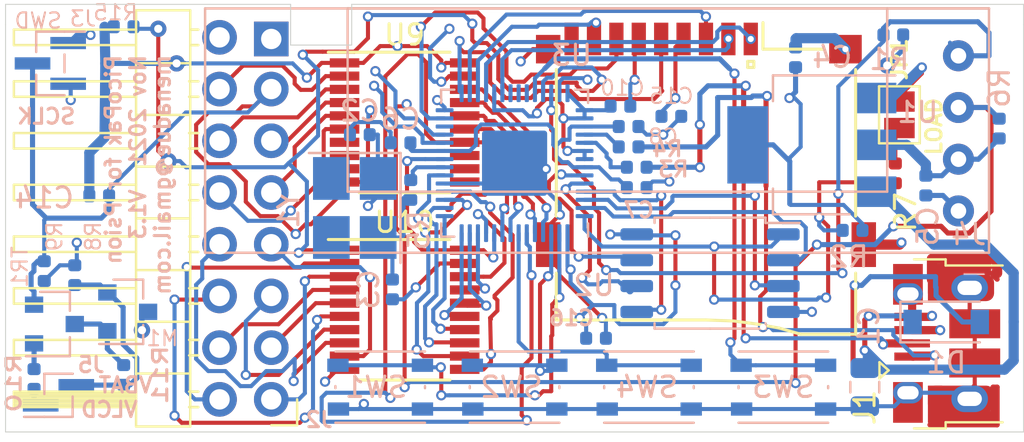
<source format=kicad_pcb>
(kicad_pcb (version 20171130) (host pcbnew 5.1.5+dfsg1-2build2)
  (layers (0 F.Cu signal) (1 In1.Cu signal hide) (2 In2.Cu signal hide) (31 B.Cu signal) (34 B.Paste user hide) (35 F.Paste user hide) (36 B.SilkS user) (37 F.SilkS user) (38 B.Mask user hide) (39 F.Mask user hide) (44 Edge.Cuts user))
  (net 0 "")
  (net 1 GND)
  (net 2 "Net-(C3-Pad1)")
  (net 3 +3V3)
  (net 4 +1V1)
  (net 5 /QSPI_SS)
  (net 6 /XIN)
  (net 7 /USB_D-)
  (net 8 /USB_D+)
  (net 9 /SWCLK)
  (net 10 /SWD)
  (net 11 "Net-(R3-Pad2)")
  (net 12 "Net-(R4-Pad2)")
  (net 13 /XOUT)
  (net 14 /QSPI_SD3)
  (net 15 /QSPI_SCLK)
  (net 16 /QSPI_SD0)
  (net 17 /QSPI_SD2)
  (net 18 /QSPI_SD1)
  (net 19 I2C_SCLK)
  (net 20 I2C_SDA)
  (net 21 LS_DIR)
  (net 22 SW0)
  (net 23 SW1)
  (net 24 SW2)
  (net 25 SW3)
  (net 26 SD_DAT2)
  (net 27 SD_DAT1)
  (net 28 SD_CLK)
  (net 29 P_SPGM)
  (net 30 P_SS)
  (net 31 P_SOE)
  (net 32 P_SMR)
  (net 33 P_SCLK)
  (net 34 SCLK)
  (net 35 SMR)
  (net 36 SOE)
  (net 37 SS)
  (net 38 SPGM)
  (net 39 P_SD0)
  (net 40 P_SD1)
  (net 41 P_SD2)
  (net 42 P_SD3)
  (net 43 P_SD4)
  (net 44 P_SD5)
  (net 45 P_SD6)
  (net 46 P_SD7)
  (net 47 SD7)
  (net 48 SD6)
  (net 49 SD5)
  (net 50 SD4)
  (net 51 SD3)
  (net 52 SD2)
  (net 53 SD1)
  (net 54 SD0)
  (net 55 MISO_D0)
  (net 56 MOSI_DI)
  (net 57 SD_SS)
  (net 58 "Net-(JP1-Pad1)")
  (net 59 "Net-(D1-Pad2)")
  (net 60 "Net-(J5-Pad2)")
  (net 61 "Net-(J5-Pad1)")
  (net 62 BATSENSE)
  (net 63 "Net-(C1-Pad1)")
  (net 64 "Net-(M1-Pad1)")
  (net 65 "Net-(R10-Pad1)")
  (module Package_TO_SOT_SMD:SOT-23 (layer B.Cu) (at 166 84.1)
    (fp_text reference M1 (at 1.7 1.3) (layer B.SilkS) (effects (font (size 0.75 0.75) (thickness 0.1)) (justify mirror)))
    (fp_text value "Si2301 P chan")
    (pad 3 smd rect (at 1 0) (size 0.9 0.8) (layers B.Cu B.Paste B.Mask) (net 63 "Net-(C1-Pad1)"))
    (pad 2 smd rect (at -1 -0.95) (size 0.9 0.8) (layers B.Cu B.Paste B.Mask) (net 60 "Net-(J5-Pad2)"))
    (pad 1 smd rect (at -1 0.95) (size 0.9 0.8) (layers B.Cu B.Paste B.Mask) (net 64 "Net-(M1-Pad1)"))
  )
  (module Capacitor_SMD:C_0402_1005Metric (layer B.Cu) (at 165.8 87.2 90)
    (fp_text reference R11 (at 0 1.8 270) (layer B.SilkS) (effects (font (size 0.7 1)) (justify mirror)))
    (fp_text value 100k)
    (pad 2 smd roundrect (at 0.485 0 90) (size 0.59 0.64) (layers B.Cu B.Paste B.Mask) (net 64 "Net-(M1-Pad1)"))
    (pad 1 smd roundrect (at -0.485 0 90) (size 0.59 0.64) (layers B.Cu B.Paste B.Mask) (net 60 "Net-(J5-Pad2)"))
  )
  (module Capacitor_SMD:C_0402_1005Metric (layer B.Cu) (at 161.4 87.4 270)
    (fp_text reference R10 (at 0.2 1 90) (layer B.SilkS) (effects (font (size 0.7 1)) (justify mirror)))
    (fp_text value 10k)
    (pad 2 smd roundrect (at 0.485 0 270) (size 0.59 0.64) (layers B.Cu B.Paste B.Mask) (net 61 "Net-(J5-Pad1)"))
    (pad 1 smd roundrect (at -0.485 0 270) (size 0.59 0.64) (layers B.Cu B.Paste B.Mask) (net 65 "Net-(R10-Pad1)"))
  )
  (module Capacitor_SMD:C_0402_1005Metric (layer B.Cu) (at 161.9 82.1 90)
    (fp_text reference R9 (at 1.7 0.5 90) (layer B.SilkS) (effects (font (size 0.75 0.75) (thickness 0.1)) (justify mirror)))
    (fp_text value R_Small)
    (pad 2 smd roundrect (at 0.485 0 90) (size 0.59 0.64) (layers B.Cu B.Paste B.Mask) (net 1 GND))
    (pad 1 smd roundrect (at -0.485 0 90) (size 0.59 0.64) (layers B.Cu B.Paste B.Mask) (net 62 BATSENSE))
  )
  (module Capacitor_SMD:C_0402_1005Metric (layer B.Cu) (at 163.4 82.3 90)
    (fp_text reference R8 (at 1.9 0.9 90) (layer B.SilkS) (effects (font (size 0.75 0.75) (thickness 0.1)) (justify mirror)))
    (fp_text value R_Small)
    (pad 2 smd roundrect (at 0.485 0 90) (size 0.59 0.64) (layers B.Cu B.Paste B.Mask) (net 62 BATSENSE))
    (pad 1 smd roundrect (at -0.485 0 90) (size 0.59 0.64) (layers B.Cu B.Paste B.Mask) (net 60 "Net-(J5-Pad2)"))
  )
  (module Package_TO_SOT_SMD:SOT-23 (layer B.Cu) (at 162.4 84.7)
    (fp_text reference TR1 (at -1.7 -2.8 90) (layer B.SilkS) (effects (font (size 0.75 0.75) (thickness 0.1)) (justify mirror)))
    (fp_text value Si2302CDS-n-channel)
    (pad 3 smd rect (at 1 0) (size 0.9 0.8) (layers B.Cu B.Paste B.Mask) (net 64 "Net-(M1-Pad1)"))
    (pad 2 smd rect (at -1 -0.95) (size 0.9 0.8) (layers B.Cu B.Paste B.Mask) (net 1 GND))
    (pad 1 smd rect (at -1 0.95) (size 0.9 0.8) (layers B.Cu B.Paste B.Mask) (net 65 "Net-(R10-Pad1)"))
  )
  (module Connector_PinHeader_1.00mm:PinHeader_1x02_P1.00mm_Vertical_SMD_Pin1Left (layer B.Cu) (at 162.6 88.2)
    (fp_text reference J5 (at 1.6 -1.5) (layer B.SilkS) (effects (font (size 0.75 0.75)) (justify mirror)))
    (fp_text value Conn_01x02_Female)
    (pad 2 smd rect (at 0.875 -0.5) (size 1.75 0.6) (layers B.Cu B.Paste B.Mask) (net 60 "Net-(J5-Pad2)"))
    (pad 1 smd rect (at -0.875 0.5) (size 1.75 0.6) (layers B.Cu B.Paste B.Mask) (net 61 "Net-(J5-Pad1)"))
  )
  (module Diode_SMD:D_SOD-123 (layer B.Cu) (at 206.2 84.6)
    (fp_text reference D1 (at 0 2) (layer B.SilkS) (effects (justify mirror)))
    (fp_text value PMEG3010ER)
    (pad 2 smd rect (at 1.65 0) (size 0.9 1.2) (layers B.Cu B.Paste B.Mask) (net 59 "Net-(D1-Pad2)"))
    (pad 1 smd rect (at -1.65 0) (size 0.9 1.2) (layers B.Cu B.Paste B.Mask) (net 63 "Net-(C1-Pad1)"))
  )
  (module Capacitor_SMD:C_0402_1005Metric (layer F.Cu) (at 203.7 77.3 90)
    (fp_text reference R7 (at -1.9 0.5 90) (layer F.SilkS))
    (fp_text value 1k)
    (pad 2 smd roundrect (at 0.485 0 90) (size 0.59 0.64) (layers F.Cu F.Paste F.Mask) (net 58 "Net-(JP1-Pad1)"))
    (pad 1 smd roundrect (at -0.485 0 90) (size 0.59 0.64) (layers F.Cu F.Paste F.Mask) (net 5 /QSPI_SS))
  )
  (module Jumper:SolderJumper-2_P1.3mm_Open_Pad1.0x1.5mm (layer F.Cu) (at 203.9 74.424999 90)
    (fp_text reference JP1 (at 2.724999 0 270) (layer F.SilkS) (effects (font (size 0.75 0.75))))
    (fp_text value Jumper_NO_Small)
    (pad 1 smd rect (at -0.65 0 90) (size 1 1.5) (layers F.Cu F.Mask) (net 58 "Net-(JP1-Pad1)"))
    (pad 2 smd rect (at 0.65 0 90) (size 1 1.5) (layers F.Cu F.Mask) (net 1 GND))
  )
  (module Connector_PinHeader_1.00mm:PinHeader_1x03_P1.00mm_Vertical_SMD_Pin1Left (layer B.Cu) (at 162.2 71.9 180)
    (fp_text reference J3 (at -1.6 2.2) (layer B.SilkS) (effects (font (size 0.75 0.75) (thickness 0.1)) (justify mirror)))
    (fp_text value Conn_01x03_Female)
    (pad 2 smd rect (at 0.875 0 180) (size 1.75 0.6) (layers B.Cu B.Paste B.Mask) (net 1 GND))
    (pad 3 smd rect (at -0.875 -1 180) (size 1.75 0.6) (layers B.Cu B.Paste B.Mask) (net 9 /SWCLK))
    (pad 1 smd rect (at -0.875 1 180) (size 1.75 0.6) (layers B.Cu B.Paste B.Mask) (net 10 /SWD))
  )
  (module Capacitor_SMD:C_0402_1005Metric (layer B.Cu) (at 198.8 71.6 90)
    (fp_text reference C4 (at 0 1.8 180) (layer B.SilkS) (effects (justify mirror)))
    (fp_text value 10u)
    (pad 2 smd roundrect (at 0.485 0 90) (size 0.59 0.64) (layers B.Cu B.Paste B.Mask) (net 1 GND))
    (pad 1 smd roundrect (at -0.485 0 90) (size 0.59 0.64) (layers B.Cu B.Paste B.Mask) (net 3 +3V3))
  )
  (module Capacitor_SMD:C_0402_1005Metric (layer B.Cu) (at 177.4 75.4 180)
    (fp_text reference C2 (at 0 1.17) (layer B.SilkS) (effects (justify mirror)))
    (fp_text value 27p)
    (pad 2 smd roundrect (at 0.485 0 180) (size 0.59 0.64) (layers B.Cu B.Paste B.Mask) (net 1 GND))
    (pad 1 smd roundrect (at -0.485 0 180) (size 0.59 0.64) (layers B.Cu B.Paste B.Mask) (net 6 /XIN))
  )
  (module Capacitor_SMD:C_0402_1005Metric (layer B.Cu) (at 179 83 270)
    (fp_text reference C3 (at 0 1.17 90) (layer B.SilkS) (effects (justify mirror)))
    (fp_text value 27p)
    (pad 2 smd roundrect (at 0.485 0 270) (size 0.59 0.64) (layers B.Cu B.Paste B.Mask) (net 1 GND))
    (pad 1 smd roundrect (at -0.485 0 270) (size 0.59 0.64) (layers B.Cu B.Paste B.Mask) (net 2 "Net-(C3-Pad1)"))
  )
  (module Capacitor_SMD:C_0402_1005Metric (layer B.Cu) (at 205.2 77.9 270)
    (fp_text reference C5 (at 2 -0.1 90) (layer B.SilkS) (effects (justify mirror)))
    (fp_text value 100n)
    (pad 2 smd roundrect (at 0.485 0 270) (size 0.59 0.64) (layers B.Cu B.Paste B.Mask) (net 1 GND))
    (pad 1 smd roundrect (at -0.485 0 270) (size 0.59 0.64) (layers B.Cu B.Paste B.Mask) (net 3 +3V3))
  )
  (module Capacitor_SMD:C_0402_1005Metric (layer B.Cu) (at 179.4 75.8 180)
    (fp_text reference C6 (at 0 1.17) (layer B.SilkS) (effects (justify mirror)))
    (fp_text value 100n)
    (pad 2 smd roundrect (at 0.485 0 180) (size 0.59 0.64) (layers B.Cu B.Paste B.Mask) (net 1 GND))
    (pad 1 smd roundrect (at -0.485 0 180) (size 0.59 0.64) (layers B.Cu B.Paste B.Mask) (net 4 +1V1))
  )
  (module Capacitor_SMD:C_0402_1005Metric (layer B.Cu) (at 191 78)
    (fp_text reference C7 (at 0.1 1.1) (layer B.SilkS) (effects (font (size 0.75 0.75)) (justify mirror)))
    (fp_text value 100n)
    (pad 2 smd roundrect (at 0.485 0) (size 0.59 0.64) (layers B.Cu B.Paste B.Mask) (net 1 GND))
    (pad 1 smd roundrect (at -0.485 0) (size 0.59 0.64) (layers B.Cu B.Paste B.Mask) (net 4 +1V1))
  )
  (module Capacitor_SMD:C_0402_1005Metric (layer B.Cu) (at 190.6 75)
    (fp_text reference C8 (at 1.7 0.5) (layer B.SilkS) (effects (font (size 0.75 0.75) (thickness 0.1)) (justify mirror)))
    (fp_text value 1u)
    (pad 2 smd roundrect (at 0.485 0) (size 0.59 0.64) (layers B.Cu B.Paste B.Mask) (net 1 GND))
    (pad 1 smd roundrect (at -0.485 0) (size 0.59 0.64) (layers B.Cu B.Paste B.Mask) (net 4 +1V1))
  )
  (module Capacitor_SMD:C_0402_1005Metric (layer B.Cu) (at 190.2 74)
    (fp_text reference C10 (at 0.1 -0.9) (layer B.SilkS) (effects (font (size 0.75 0.75) (thickness 0.1)) (justify mirror)))
    (fp_text value 1u)
    (pad 2 smd roundrect (at 0.485 0) (size 0.59 0.64) (layers B.Cu B.Paste B.Mask) (net 1 GND))
    (pad 1 smd roundrect (at -0.485 0) (size 0.59 0.64) (layers B.Cu B.Paste B.Mask) (net 3 +3V3))
  )
  (module Capacitor_SMD:C_0402_1005Metric (layer B.Cu) (at 164.6 78.4)
    (fp_text reference C14 (at -2.7 0.1 180) (layer B.SilkS) (effects (justify mirror)))
    (fp_text value 100n)
    (pad 2 smd roundrect (at 0.485 0) (size 0.59 0.64) (layers B.Cu B.Paste B.Mask) (net 1 GND))
    (pad 1 smd roundrect (at -0.485 0) (size 0.59 0.64) (layers B.Cu B.Paste B.Mask) (net 3 +3V3))
  )
  (module Capacitor_SMD:C_0402_1005Metric (layer B.Cu) (at 192.7 74.5)
    (fp_text reference C15 (at 0 -1) (layer B.SilkS) (effects (font (size 0.75 0.75) (thickness 0.1)) (justify mirror)))
    (fp_text value 100n)
    (pad 2 smd roundrect (at 0.485 0) (size 0.59 0.64) (layers B.Cu B.Paste B.Mask) (net 1 GND))
    (pad 1 smd roundrect (at -0.485 0) (size 0.59 0.64) (layers B.Cu B.Paste B.Mask) (net 3 +3V3))
  )
  (module Capacitor_SMD:C_0402_1005Metric (layer B.Cu) (at 189 85.4)
    (fp_text reference C16 (at -1.2 -1) (layer B.SilkS) (effects (font (size 0.75 0.75)) (justify mirror)))
    (fp_text value 100n)
    (pad 2 smd roundrect (at 0.485 0) (size 0.59 0.64) (layers B.Cu B.Paste B.Mask) (net 1 GND))
    (pad 1 smd roundrect (at -0.485 0) (size 0.59 0.64) (layers B.Cu B.Paste B.Mask) (net 3 +3V3))
  )
  (module Capacitor_SMD:C_0402_1005Metric (layer B.Cu) (at 208.8 75.1 90)
    (fp_text reference R6 (at 2 0 90) (layer B.SilkS) (effects (justify mirror)))
    (fp_text value R_Small)
    (pad 2 smd roundrect (at 0.485 0 90) (size 0.59 0.64) (layers B.Cu B.Paste B.Mask) (net 19 I2C_SCLK))
    (pad 1 smd roundrect (at -0.485 0 90) (size 0.59 0.64) (layers B.Cu B.Paste B.Mask) (net 3 +3V3))
  )
  (module Capacitor_SMD:C_0402_1005Metric (layer B.Cu) (at 165.8 70.1)
    (fp_text reference R15 (at -0.4 -0.7) (layer B.SilkS) (effects (font (size 0.75 0.75) (thickness 0.1)) (justify mirror)))
    (fp_text value R_Small)
    (pad 2 smd roundrect (at 0.485 0) (size 0.59 0.64) (layers B.Cu B.Paste B.Mask) (net 21 LS_DIR))
    (pad 1 smd roundrect (at -0.485 0) (size 0.59 0.64) (layers B.Cu B.Paste B.Mask) (net 3 +3V3))
  )
  (module Capacitor_SMD:C_0402_1005Metric (layer B.Cu) (at 203.6 70.5 180)
    (fp_text reference R1 (at 0.2 -1.2 180) (layer B.SilkS) (effects (justify mirror)))
    (fp_text value R_Small)
    (pad 2 smd roundrect (at 0.485 0 180) (size 0.59 0.64) (layers B.Cu B.Paste B.Mask) (net 20 I2C_SDA))
    (pad 1 smd roundrect (at -0.485 0 180) (size 0.59 0.64) (layers B.Cu B.Paste B.Mask) (net 3 +3V3))
  )
  (module Package_SO:TSSOP-20_4.4x6.5mm_P0.65mm (layer F.Cu) (at 179.6 74.8)
    (fp_text reference U9 (at 0 -4.3) (layer F.SilkS))
    (fp_text value 74LS245)
    (pad 20 smd rect (at 2.95 -2.925) (size 1.45 0.45) (layers F.Cu F.Paste F.Mask) (net 3 +3V3))
    (pad 19 smd rect (at 2.95 -2.275) (size 1.45 0.45) (layers F.Cu F.Paste F.Mask) (net 1 GND))
    (pad 18 smd rect (at 2.95 -1.625) (size 1.45 0.45) (layers F.Cu F.Paste F.Mask) (net 29 P_SPGM))
    (pad 17 smd rect (at 2.95 -0.975) (size 1.45 0.45) (layers F.Cu F.Paste F.Mask) (net 30 P_SS))
    (pad 16 smd rect (at 2.95 -0.325) (size 1.45 0.45) (layers F.Cu F.Paste F.Mask) (net 31 P_SOE))
    (pad 15 smd rect (at 2.95 0.325) (size 1.45 0.45) (layers F.Cu F.Paste F.Mask) (net 32 P_SMR))
    (pad 14 smd rect (at 2.95 0.975) (size 1.45 0.45) (layers F.Cu F.Paste F.Mask) (net 33 P_SCLK))
    (pad 13 smd rect (at 2.95 1.625) (size 1.45 0.45) (layers F.Cu F.Paste F.Mask))
    (pad 12 smd rect (at 2.95 2.275) (size 1.45 0.45) (layers F.Cu F.Paste F.Mask))
    (pad 11 smd rect (at 2.95 2.925) (size 1.45 0.45) (layers F.Cu F.Paste F.Mask))
    (pad 10 smd rect (at -2.95 2.925) (size 1.45 0.45) (layers F.Cu F.Paste F.Mask) (net 1 GND))
    (pad 9 smd rect (at -2.95 2.275) (size 1.45 0.45) (layers F.Cu F.Paste F.Mask))
    (pad 8 smd rect (at -2.95 1.625) (size 1.45 0.45) (layers F.Cu F.Paste F.Mask))
    (pad 7 smd rect (at -2.95 0.975) (size 1.45 0.45) (layers F.Cu F.Paste F.Mask))
    (pad 6 smd rect (at -2.95 0.325) (size 1.45 0.45) (layers F.Cu F.Paste F.Mask) (net 34 SCLK))
    (pad 5 smd rect (at -2.95 -0.325) (size 1.45 0.45) (layers F.Cu F.Paste F.Mask) (net 35 SMR))
    (pad 4 smd rect (at -2.95 -0.975) (size 1.45 0.45) (layers F.Cu F.Paste F.Mask) (net 36 SOE))
    (pad 3 smd rect (at -2.95 -1.625) (size 1.45 0.45) (layers F.Cu F.Paste F.Mask) (net 37 SS))
    (pad 2 smd rect (at -2.95 -2.275) (size 1.45 0.45) (layers F.Cu F.Paste F.Mask) (net 38 SPGM))
    (pad 1 smd rect (at -2.95 -2.925) (size 1.45 0.45) (layers F.Cu F.Paste F.Mask) (net 3 +3V3))
  )
  (module rp2040:RP2040-QFN-56-no_holes (layer B.Cu) (at 185 76.8 90)
    (fp_text reference U3 (at 5.3 2.8) (layer B.SilkS) (effects (justify mirror)))
    (fp_text value RP2040)
    (pad 57 smd roundrect (at 0 0 90) (size 3.2 3.2) (layers B.Cu B.Mask) (roundrect_rratio 0.045) (net 1 GND))
    (pad 1 smd roundrect (at -3.4375 2.6 90) (size 0.875 0.2) (layers B.Cu B.Paste B.Mask) (net 3 +3V3))
    (pad 2 smd roundrect (at -3.4375 2.2 90) (size 0.875 0.2) (layers B.Cu B.Paste B.Mask) (net 22 SW0))
    (pad 3 smd roundrect (at -3.4375 1.8 90) (size 0.875 0.2) (layers B.Cu B.Paste B.Mask) (net 23 SW1))
    (pad 4 smd roundrect (at -3.4375 1.4 90) (size 0.875 0.2) (layers B.Cu B.Paste B.Mask) (net 29 P_SPGM))
    (pad 5 smd roundrect (at -3.4375 1 90) (size 0.875 0.2) (layers B.Cu B.Paste B.Mask) (net 30 P_SS))
    (pad 6 smd roundrect (at -3.4375 0.6 90) (size 0.875 0.2) (layers B.Cu B.Paste B.Mask) (net 33 P_SCLK))
    (pad 7 smd roundrect (at -3.4375 0.2 90) (size 0.875 0.2) (layers B.Cu B.Paste B.Mask) (net 25 SW3))
    (pad 8 smd roundrect (at -3.4375 -0.2 90) (size 0.875 0.2) (layers B.Cu B.Paste B.Mask) (net 31 P_SOE))
    (pad 9 smd roundrect (at -3.4375 -0.6 90) (size 0.875 0.2) (layers B.Cu B.Paste B.Mask) (net 32 P_SMR))
    (pad 10 smd roundrect (at -3.4375 -1 90) (size 0.875 0.2) (layers B.Cu B.Paste B.Mask) (net 3 +3V3))
    (pad 11 smd roundrect (at -3.4375 -1.4 90) (size 0.875 0.2) (layers B.Cu B.Paste B.Mask) (net 39 P_SD0))
    (pad 12 smd roundrect (at -3.4375 -1.8 90) (size 0.875 0.2) (layers B.Cu B.Paste B.Mask) (net 40 P_SD1))
    (pad 13 smd roundrect (at -3.4375 -2.2 90) (size 0.875 0.2) (layers B.Cu B.Paste B.Mask) (net 41 P_SD2))
    (pad 14 smd roundrect (at -3.4375 -2.6 90) (size 0.875 0.2) (layers B.Cu B.Paste B.Mask) (net 42 P_SD3))
    (pad 15 smd roundrect (at -2.6 -3.4375 90) (size 0.2 0.875) (layers B.Cu B.Paste B.Mask) (net 43 P_SD4))
    (pad 16 smd roundrect (at -2.2 -3.4375 90) (size 0.2 0.875) (layers B.Cu B.Paste B.Mask) (net 44 P_SD5))
    (pad 17 smd roundrect (at -1.8 -3.4375 90) (size 0.2 0.875) (layers B.Cu B.Paste B.Mask) (net 45 P_SD6))
    (pad 18 smd roundrect (at -1.4 -3.4375 90) (size 0.2 0.875) (layers B.Cu B.Paste B.Mask) (net 46 P_SD7))
    (pad 19 smd roundrect (at -1 -3.4375 90) (size 0.2 0.875) (layers B.Cu B.Paste B.Mask) (net 1 GND))
    (pad 20 smd roundrect (at -0.6 -3.4375 90) (size 0.2 0.875) (layers B.Cu B.Paste B.Mask) (net 6 /XIN))
    (pad 21 smd roundrect (at -0.2 -3.4375 90) (size 0.2 0.875) (layers B.Cu B.Paste B.Mask) (net 13 /XOUT))
    (pad 22 smd roundrect (at 0.2 -3.4375 90) (size 0.2 0.875) (layers B.Cu B.Paste B.Mask) (net 3 +3V3))
    (pad 23 smd roundrect (at 0.6 -3.4375 90) (size 0.2 0.875) (layers B.Cu B.Paste B.Mask) (net 4 +1V1))
    (pad 24 smd roundrect (at 1 -3.4375 90) (size 0.2 0.875) (layers B.Cu B.Paste B.Mask) (net 9 /SWCLK))
    (pad 25 smd roundrect (at 1.4 -3.4375 90) (size 0.2 0.875) (layers B.Cu B.Paste B.Mask) (net 10 /SWD))
    (pad 26 smd roundrect (at 1.8 -3.4375 90) (size 0.2 0.875) (layers B.Cu B.Paste B.Mask))
    (pad 27 smd roundrect (at 2.2 -3.4375 90) (size 0.2 0.875) (layers B.Cu B.Paste B.Mask) (net 55 MISO_D0))
    (pad 28 smd roundrect (at 2.6 -3.4375 90) (size 0.2 0.875) (layers B.Cu B.Paste B.Mask) (net 19 I2C_SCLK))
    (pad 29 smd roundrect (at 3.4375 -2.6 90) (size 0.875 0.2) (layers B.Cu B.Paste B.Mask) (net 28 SD_CLK))
    (pad 30 smd roundrect (at 3.4375 -2.2 90) (size 0.875 0.2) (layers B.Cu B.Paste B.Mask) (net 56 MOSI_DI))
    (pad 31 smd roundrect (at 3.4375 -1.8 90) (size 0.875 0.2) (layers B.Cu B.Paste B.Mask) (net 27 SD_DAT1))
    (pad 32 smd roundrect (at 3.4375 -1.4 90) (size 0.875 0.2) (layers B.Cu B.Paste B.Mask) (net 26 SD_DAT2))
    (pad 33 smd roundrect (at 3.4375 -1 90) (size 0.875 0.2) (layers B.Cu B.Paste B.Mask) (net 3 +3V3))
    (pad 34 smd roundrect (at 3.4375 -0.6 90) (size 0.875 0.2) (layers B.Cu B.Paste B.Mask) (net 57 SD_SS))
    (pad 35 smd roundrect (at 3.4375 -0.2 90) (size 0.875 0.2) (layers B.Cu B.Paste B.Mask))
    (pad 36 smd roundrect (at 3.4375 0.2 90) (size 0.875 0.2) (layers B.Cu B.Paste B.Mask))
    (pad 37 smd roundrect (at 3.4375 0.6 90) (size 0.875 0.2) (layers B.Cu B.Paste B.Mask))
    (pad 38 smd roundrect (at 3.4375 1 90) (size 0.875 0.2) (layers B.Cu B.Paste B.Mask) (net 24 SW2))
    (pad 39 smd roundrect (at 3.4375 1.4 90) (size 0.875 0.2) (layers B.Cu B.Paste B.Mask) (net 21 LS_DIR))
    (pad 40 smd roundrect (at 3.4375 1.8 90) (size 0.875 0.2) (layers B.Cu B.Paste B.Mask) (net 20 I2C_SDA))
    (pad 41 smd roundrect (at 3.4375 2.2 90) (size 0.875 0.2) (layers B.Cu B.Paste B.Mask) (net 62 BATSENSE))
    (pad 42 smd roundrect (at 3.4375 2.6 90) (size 0.875 0.2) (layers B.Cu B.Paste B.Mask) (net 3 +3V3))
    (pad 43 smd roundrect (at 2.6 3.4375 90) (size 0.2 0.875) (layers B.Cu B.Paste B.Mask) (net 3 +3V3))
    (pad 44 smd roundrect (at 2.2 3.4375 90) (size 0.2 0.875) (layers B.Cu B.Paste B.Mask) (net 3 +3V3))
    (pad 45 smd roundrect (at 1.8 3.4375 90) (size 0.2 0.875) (layers B.Cu B.Paste B.Mask) (net 4 +1V1))
    (pad 46 smd roundrect (at 1.4 3.4375 90) (size 0.2 0.875) (layers B.Cu B.Paste B.Mask) (net 12 "Net-(R4-Pad2)"))
    (pad 47 smd roundrect (at 1 3.4375 90) (size 0.2 0.875) (layers B.Cu B.Paste B.Mask) (net 11 "Net-(R3-Pad2)"))
    (pad 48 smd roundrect (at 0.6 3.4375 90) (size 0.2 0.875) (layers B.Cu B.Paste B.Mask) (net 3 +3V3))
    (pad 49 smd roundrect (at 0.2 3.4375 90) (size 0.2 0.875) (layers B.Cu B.Paste B.Mask) (net 3 +3V3))
    (pad 50 smd roundrect (at -0.2 3.4375 90) (size 0.2 0.875) (layers B.Cu B.Paste B.Mask) (net 4 +1V1))
    (pad 51 smd roundrect (at -0.6 3.4375 90) (size 0.2 0.875) (layers B.Cu B.Paste B.Mask) (net 14 /QSPI_SD3))
    (pad 52 smd roundrect (at -1 3.4375 90) (size 0.2 0.875) (layers B.Cu B.Paste B.Mask) (net 15 /QSPI_SCLK))
    (pad 53 smd roundrect (at -1.4 3.4375 90) (size 0.2 0.875) (layers B.Cu B.Paste B.Mask) (net 16 /QSPI_SD0))
    (pad 54 smd roundrect (at -1.8 3.4375 90) (size 0.2 0.875) (layers B.Cu B.Paste B.Mask) (net 17 /QSPI_SD2))
    (pad 55 smd roundrect (at -2.2 3.4375 90) (size 0.2 0.875) (layers B.Cu B.Paste B.Mask) (net 18 /QSPI_SD1))
    (pad 56 smd roundrect (at -2.6 3.4375 90) (size 0.2 0.875) (layers B.Cu B.Paste B.Mask) (net 5 /QSPI_SS))
  )
  (module Crystal:Crystal_SMD_3225-4Pin_3.2x2.5mm_HandSoldering (layer B.Cu) (at 177.15 79 270)
    (fp_text reference Y1 (at 0.1 3.25 90) (layer B.SilkS) (effects (justify mirror)))
    (fp_text value ABLS-12.000MHZ-B4-T)
    (pad 4 smd rect (at -1.45 1.15 270) (size 2.1 1.8) (layers B.Cu B.Paste B.Mask))
    (pad 3 smd rect (at 1.45 1.15 270) (size 2.1 1.8) (layers B.Cu B.Paste B.Mask))
    (pad 2 smd rect (at 1.45 -1.15 270) (size 2.1 1.8) (layers B.Cu B.Paste B.Mask) (net 2 "Net-(C3-Pad1)"))
    (pad 1 smd rect (at -1.45 -1.15 270) (size 2.1 1.8) (layers B.Cu B.Paste B.Mask) (net 6 /XIN))
  )
  (module ajm_kicad:OLED_SMALL (layer B.Cu) (at 206.8 79.2)
    (fp_text reference J4 (at 0.5 1.1) (layer B.SilkS) (effects (justify mirror)))
    (fp_text value Conn_01x04_Female)
    (pad 4 thru_hole circle (at 0 -0.055 180) (size 1.524 1.524) (drill 0.762) (layers *.Cu *.Mask) (net 1 GND))
    (pad 3 thru_hole circle (at 0 -2.595 180) (size 1.524 1.524) (drill 0.762) (layers *.Cu *.Mask) (net 3 +3V3))
    (pad 2 thru_hole circle (at 0 -5.135 180) (size 1.524 1.524) (drill 0.762) (layers *.Cu *.Mask) (net 19 I2C_SCLK))
    (pad 1 thru_hole circle (at 0 -7.675 180) (size 1.524 1.524) (drill 0.762) (layers *.Cu *.Mask) (net 20 I2C_SDA))
  )
  (module Button_Switch_SMD:SW_Push_1P1T_NO_Vertical_Wuerth_434133025816 (layer B.Cu) (at 191.6 87.8 180)
    (fp_text reference SW4 (at 0.1 0) (layer B.SilkS) (effects (justify mirror)))
    (fp_text value sw)
    (pad 2 smd rect (at 2.05 -1.075 180) (size 1.05 0.65) (layers B.Cu B.Paste B.Mask) (net 1 GND))
    (pad 1 smd rect (at 2.075 1.075 180) (size 1.05 0.65) (layers B.Cu B.Paste B.Mask) (net 25 SW3))
    (pad 2 smd rect (at -2.075 -1.075 180) (size 1.05 0.65) (layers B.Cu B.Paste B.Mask) (net 1 GND))
    (pad 1 smd rect (at -2.075 1.075 180) (size 1.05 0.65) (layers B.Cu B.Paste B.Mask) (net 25 SW3))
  )
  (module Button_Switch_SMD:SW_Push_1P1T_NO_Vertical_Wuerth_434133025816 (layer B.Cu) (at 198.2 87.8 180)
    (fp_text reference SW3 (at 0 0) (layer B.SilkS) (effects (justify mirror)))
    (fp_text value sw)
    (pad 2 smd rect (at 2.05 -1.075 180) (size 1.05 0.65) (layers B.Cu B.Paste B.Mask) (net 1 GND))
    (pad 1 smd rect (at 2.075 1.075 180) (size 1.05 0.65) (layers B.Cu B.Paste B.Mask) (net 24 SW2))
    (pad 2 smd rect (at -2.075 -1.075 180) (size 1.05 0.65) (layers B.Cu B.Paste B.Mask) (net 1 GND))
    (pad 1 smd rect (at -2.075 1.075 180) (size 1.05 0.65) (layers B.Cu B.Paste B.Mask) (net 24 SW2))
  )
  (module Button_Switch_SMD:SW_Push_1P1T_NO_Vertical_Wuerth_434133025816 (layer B.Cu) (at 185 87.8 180)
    (fp_text reference SW2 (at 0.15 0) (layer B.SilkS) (effects (justify mirror)))
    (fp_text value sw)
    (pad 2 smd rect (at 2.05 -1.075 180) (size 1.05 0.65) (layers B.Cu B.Paste B.Mask) (net 1 GND))
    (pad 1 smd rect (at 2.075 1.075 180) (size 1.05 0.65) (layers B.Cu B.Paste B.Mask) (net 23 SW1))
    (pad 2 smd rect (at -2.075 -1.075 180) (size 1.05 0.65) (layers B.Cu B.Paste B.Mask) (net 1 GND))
    (pad 1 smd rect (at -2.075 1.075 180) (size 1.05 0.65) (layers B.Cu B.Paste B.Mask) (net 23 SW1))
  )
  (module Button_Switch_SMD:SW_Push_1P1T_NO_Vertical_Wuerth_434133025816 (layer B.Cu) (at 178.4 87.8 180)
    (fp_text reference SW1 (at 0.2 0) (layer B.SilkS) (effects (justify mirror)))
    (fp_text value sw)
    (pad 2 smd rect (at 2.05 -1.075 180) (size 1.05 0.65) (layers B.Cu B.Paste B.Mask) (net 1 GND))
    (pad 1 smd rect (at 2.075 1.075 180) (size 1.05 0.65) (layers B.Cu B.Paste B.Mask) (net 22 SW0))
    (pad 2 smd rect (at -2.075 -1.075 180) (size 1.05 0.65) (layers B.Cu B.Paste B.Mask) (net 1 GND))
    (pad 1 smd rect (at -2.075 1.075 180) (size 1.05 0.65) (layers B.Cu B.Paste B.Mask) (net 22 SW0))
  )
  (module ajm_kicad:Conn_uSDcard (layer F.Cu) (at 194.4 81.2)
    (fp_text reference XS1)
    (fp_text value SD_ebay-uSD-push_push_SMD)
    (pad 6 smd rect (at 7.75 -0.4) (size 1.2 2.2) (layers F.Cu F.Paste F.Mask) (net 1 GND))
    (pad 6 smd rect (at -7.75 -0.4) (size 1.2 2.2) (layers F.Cu F.Paste F.Mask) (net 1 GND))
    (pad 6 smd rect (at 6.85 -10) (size 1.6 1.4) (layers F.Cu F.Paste F.Mask) (net 1 GND))
    (pad 6 smd rect (at -7.75 -10) (size 1.2 1.4) (layers F.Cu F.Paste F.Mask) (net 1 GND))
    (pad 9 smd rect (at -6.6 -10.5) (size 0.7 1.6) (layers F.Cu F.Paste F.Mask))
    (pad 7 smd rect (at -4.4 -10.5) (size 0.7 1.6) (layers F.Cu F.Paste F.Mask) (net 55 MISO_D0))
    (pad 8 smd rect (at -5.5 -10.5) (size 0.7 1.6) (layers F.Cu F.Paste F.Mask) (net 27 SD_DAT1))
    (pad 6 smd rect (at -3.3 -10.5) (size 0.7 1.6) (layers F.Cu F.Paste F.Mask) (net 1 GND))
    (pad 5 smd rect (at -2.2 -10.5) (size 0.7 1.6) (layers F.Cu F.Paste F.Mask) (net 28 SD_CLK))
    (pad 4 smd rect (at -1.1 -10.5) (size 0.7 1.6) (layers F.Cu F.Paste F.Mask) (net 3 +3V3))
    (pad 1 smd rect (at 2.2 -10.5) (size 0.7 1.6) (layers F.Cu F.Paste F.Mask) (net 26 SD_DAT2))
    (pad 2 smd rect (at 1.1 -10.5) (size 0.7 1.6) (layers F.Cu F.Paste F.Mask) (net 57 SD_SS))
    (pad 3 smd rect (at 0 -10.5) (size 0.7 1.6) (layers F.Cu F.Paste F.Mask) (net 56 MOSI_DI))
  )
  (module psion_org_2:Psion_datapak_2x08_P2.54mm_Horizontal (layer F.Cu) (at 173.05 88.4 180)
    (fp_text reference J2 (at -2.35 -1) (layer B.SilkS) (effects (font (size 0.75 0.75)) (justify mirror)))
    (fp_text value Conn_02x08_Odd_Even)
    (pad 1 thru_hole rect (at 0 17.7 180) (size 1.7 1.7) (drill 1) (layers *.Cu *.Mask))
    (pad 2 thru_hole oval (at 2.54 17.78) (size 1.7 1.7) (drill 1) (layers *.Cu *.Mask))
    (pad 3 thru_hole oval (at 0 15.24 180) (size 1.7 1.7) (drill 1) (layers *.Cu *.Mask) (net 1 GND))
    (pad 4 thru_hole oval (at 2.54 15.24) (size 1.7 1.7) (drill 1) (layers *.Cu *.Mask) (net 38 SPGM))
    (pad 5 thru_hole oval (at 0 12.7 180) (size 1.7 1.7) (drill 1) (layers *.Cu *.Mask) (net 36 SOE))
    (pad 6 thru_hole oval (at 2.54 12.7) (size 1.7 1.7) (drill 1) (layers *.Cu *.Mask) (net 37 SS))
    (pad 7 thru_hole oval (at 0 10.16 180) (size 1.7 1.7) (drill 1) (layers *.Cu *.Mask) (net 35 SMR))
    (pad 8 thru_hole oval (at 2.54 10.16) (size 1.7 1.7) (drill 1) (layers *.Cu *.Mask) (net 34 SCLK))
    (pad 9 thru_hole oval (at 0 7.62 180) (size 1.7 1.7) (drill 1) (layers *.Cu *.Mask) (net 47 SD7))
    (pad 10 thru_hole oval (at 2.54 7.62) (size 1.7 1.7) (drill 1) (layers *.Cu *.Mask) (net 48 SD6))
    (pad 11 thru_hole oval (at 0 5.08 180) (size 1.7 1.7) (drill 1) (layers *.Cu *.Mask) (net 49 SD5))
    (pad 12 thru_hole oval (at 2.54 5.08) (size 1.7 1.7) (drill 1) (layers *.Cu *.Mask) (net 50 SD4))
    (pad 13 thru_hole oval (at 0 2.54 180) (size 1.7 1.7) (drill 1) (layers *.Cu *.Mask) (net 51 SD3))
    (pad 14 thru_hole oval (at 2.54 2.54) (size 1.7 1.7) (drill 1) (layers *.Cu *.Mask) (net 52 SD2))
    (pad 15 thru_hole oval (at 0 0 180) (size 1.7 1.7) (drill 1) (layers *.Cu *.Mask) (net 53 SD1))
    (pad 16 thru_hole oval (at 2.54 0) (size 1.7 1.7) (drill 1) (layers *.Cu *.Mask) (net 54 SD0))
  )
  (module Package_SO:TSSOP-20_4.4x6.5mm_P0.65mm (layer F.Cu) (at 179.6 84)
    (fp_text reference U10 (at 0 -4.3) (layer F.SilkS))
    (fp_text value 74LS245)
    (pad 20 smd rect (at 2.95 -2.925) (size 1.45 0.45) (layers F.Cu F.Paste F.Mask) (net 3 +3V3))
    (pad 19 smd rect (at 2.95 -2.275) (size 1.45 0.45) (layers F.Cu F.Paste F.Mask) (net 1 GND))
    (pad 18 smd rect (at 2.95 -1.625) (size 1.45 0.45) (layers F.Cu F.Paste F.Mask) (net 39 P_SD0))
    (pad 17 smd rect (at 2.95 -0.975) (size 1.45 0.45) (layers F.Cu F.Paste F.Mask) (net 40 P_SD1))
    (pad 16 smd rect (at 2.95 -0.325) (size 1.45 0.45) (layers F.Cu F.Paste F.Mask) (net 41 P_SD2))
    (pad 15 smd rect (at 2.95 0.325) (size 1.45 0.45) (layers F.Cu F.Paste F.Mask) (net 42 P_SD3))
    (pad 14 smd rect (at 2.95 0.975) (size 1.45 0.45) (layers F.Cu F.Paste F.Mask) (net 43 P_SD4))
    (pad 13 smd rect (at 2.95 1.625) (size 1.45 0.45) (layers F.Cu F.Paste F.Mask) (net 44 P_SD5))
    (pad 12 smd rect (at 2.95 2.275) (size 1.45 0.45) (layers F.Cu F.Paste F.Mask) (net 45 P_SD6))
    (pad 11 smd rect (at 2.95 2.925) (size 1.45 0.45) (layers F.Cu F.Paste F.Mask) (net 46 P_SD7))
    (pad 10 smd rect (at -2.95 2.925) (size 1.45 0.45) (layers F.Cu F.Paste F.Mask) (net 1 GND))
    (pad 9 smd rect (at -2.95 2.275) (size 1.45 0.45) (layers F.Cu F.Paste F.Mask) (net 47 SD7))
    (pad 8 smd rect (at -2.95 1.625) (size 1.45 0.45) (layers F.Cu F.Paste F.Mask) (net 48 SD6))
    (pad 7 smd rect (at -2.95 0.975) (size 1.45 0.45) (layers F.Cu F.Paste F.Mask) (net 49 SD5))
    (pad 6 smd rect (at -2.95 0.325) (size 1.45 0.45) (layers F.Cu F.Paste F.Mask) (net 50 SD4))
    (pad 5 smd rect (at -2.95 -0.325) (size 1.45 0.45) (layers F.Cu F.Paste F.Mask) (net 51 SD3))
    (pad 4 smd rect (at -2.95 -0.975) (size 1.45 0.45) (layers F.Cu F.Paste F.Mask) (net 52 SD2))
    (pad 3 smd rect (at -2.95 -1.625) (size 1.45 0.45) (layers F.Cu F.Paste F.Mask) (net 53 SD1))
    (pad 2 smd rect (at -2.95 -2.275) (size 1.45 0.45) (layers F.Cu F.Paste F.Mask) (net 54 SD0))
    (pad 1 smd rect (at -2.95 -2.925) (size 1.45 0.45) (layers F.Cu F.Paste F.Mask) (net 21 LS_DIR))
  )
  (module RP2040_minimal:USB_Micro-B_Amphenol_10103594-0001LF_Horizontal_modified (layer F.Cu) (at 207.35 85.65 90)
    (fp_text reference J1 (at -3.15 -5.15 -90) (layer F.SilkS))
    (fp_text value USB_B_Micro)
    (pad 6 thru_hole oval (at 2.425 -3.03 180) (size 1.45 1.05) (drill oval 1.05 0.65) (layers *.Cu *.Mask) (net 1 GND))
    (pad 6 smd rect (at 2.9875 -1.7 90) (size 1.825 0.7) (layers F.Cu F.Paste F.Mask) (net 1 GND))
    (pad 6 smd roundrect (at 2.725 -0.425 90) (size 1.3 3.25) (layers F.Cu F.Paste F.Mask) (roundrect_rratio 0.296) (net 1 GND))
    (pad 6 smd roundrect (at -2.725 -0.425 90) (size 1.3 3.25) (layers F.Cu F.Paste F.Mask) (roundrect_rratio 0.296) (net 1 GND))
    (pad 6 smd rect (at -2.9875 -1.7 90) (size 1.825 0.7) (layers F.Cu F.Paste F.Mask) (net 1 GND))
    (pad 6 smd rect (at -2.9 -3.03 90) (size 2 1.46) (layers F.Cu F.Paste F.Mask) (net 1 GND))
    (pad 6 smd rect (at 2.9 -3.03 90) (size 2 1.46) (layers F.Cu F.Paste F.Mask) (net 1 GND))
    (pad 1 smd rect (at -1.3 -2.825 180) (size 1.75 0.4) (layers F.Cu F.Paste F.Mask) (net 59 "Net-(D1-Pad2)"))
    (pad 2 smd rect (at -0.65 -2.825 180) (size 1.75 0.4) (layers F.Cu F.Paste F.Mask) (net 7 /USB_D-))
    (pad 3 smd rect (at 0 -2.825 180) (size 1.75 0.4) (layers F.Cu F.Paste F.Mask) (net 8 /USB_D+))
    (pad 4 smd rect (at 0.65 -2.825 180) (size 1.75 0.4) (layers F.Cu F.Paste F.Mask))
    (pad 5 smd rect (at 1.3 -2.825 180) (size 1.75 0.4) (layers F.Cu F.Paste F.Mask) (net 1 GND))
    (pad 6 thru_hole oval (at -2.425 -3.03 180) (size 1.45 1.05) (drill oval 1.05 0.65) (layers *.Cu *.Mask) (net 1 GND))
    (pad 6 thru_hole oval (at -2.725 0 180) (size 1.8 1.3) (drill oval 1.2 0.7) (layers *.Cu *.Mask) (net 1 GND))
    (pad 6 thru_hole oval (at 2.725 0 180) (size 1.8 1.3) (drill oval 1.2 0.7) (layers *.Cu *.Mask) (net 1 GND))
    (pad 6 smd rect (at -0.9625 0.25 180) (size 2.5 1.425) (layers F.Cu F.Paste F.Mask) (net 1 GND))
    (pad 6 smd rect (at 0.9625 0.25 180) (size 2.5 1.425) (layers F.Cu F.Paste F.Mask) (net 1 GND))
  )
  (module Package_SO:SOIC-8_5.23x5.23mm_P1.27mm (layer B.Cu) (at 194.6 82.2 180)
    (fp_text reference U2 (at 5.7 -0.6 180) (layer B.SilkS) (effects (justify mirror)))
    (fp_text value W25Q128JVS)
    (pad 8 smd roundrect (at 3.6 1.905 180) (size 1.6 0.6) (layers B.Cu B.Paste B.Mask) (net 3 +3V3))
    (pad 7 smd roundrect (at 3.6 0.635 180) (size 1.6 0.6) (layers B.Cu B.Paste B.Mask) (net 14 /QSPI_SD3))
    (pad 6 smd roundrect (at 3.6 -0.635 180) (size 1.6 0.6) (layers B.Cu B.Paste B.Mask) (net 15 /QSPI_SCLK))
    (pad 5 smd roundrect (at 3.6 -1.905 180) (size 1.6 0.6) (layers B.Cu B.Paste B.Mask) (net 16 /QSPI_SD0))
    (pad 4 smd roundrect (at -3.6 -1.905 180) (size 1.6 0.6) (layers B.Cu B.Paste B.Mask) (net 1 GND))
    (pad 3 smd roundrect (at -3.6 -0.635 180) (size 1.6 0.6) (layers B.Cu B.Paste B.Mask) (net 17 /QSPI_SD2))
    (pad 2 smd roundrect (at -3.6 0.635 180) (size 1.6 0.6) (layers B.Cu B.Paste B.Mask) (net 18 /QSPI_SD1))
    (pad 1 smd roundrect (at -3.6 1.905 180) (size 1.6 0.6) (layers B.Cu B.Paste B.Mask) (net 5 /QSPI_SS))
  )
  (module Package_TO_SOT_SMD:SOT-223-3_TabPin2 (layer B.Cu) (at 199.6 75.9 180)
    (fp_text reference U1 (at -5.2 1.6) (layer B.SilkS) (effects (justify mirror)))
    (fp_text value NCP1117-3.3_SOT223)
    (pad 1 smd rect (at -3.15 2.3 180) (size 2 1.5) (layers B.Cu B.Paste B.Mask) (net 1 GND))
    (pad 3 smd rect (at -3.15 -2.3 180) (size 2 1.5) (layers B.Cu B.Paste B.Mask) (net 63 "Net-(C1-Pad1)"))
    (pad 2 smd rect (at -3.15 0 180) (size 2 1.5) (layers B.Cu B.Paste B.Mask) (net 3 +3V3))
    (pad 2 smd rect (at 3.15 0 180) (size 2 3.8) (layers B.Cu B.Paste B.Mask) (net 3 +3V3))
  )
  (module Capacitor_SMD:C_0402_1005Metric (layer B.Cu) (at 179.9 78.115 270)
    (fp_text reference R5 (at 1.985 -0.4 90) (layer B.SilkS) (effects (justify mirror)))
    (fp_text value 1k)
    (pad 2 smd roundrect (at 0.485 0 270) (size 0.59 0.64) (layers B.Cu B.Paste B.Mask) (net 2 "Net-(C3-Pad1)"))
    (pad 1 smd roundrect (at -0.485 0 270) (size 0.59 0.64) (layers B.Cu B.Paste B.Mask) (net 13 /XOUT))
  )
  (module Capacitor_SMD:C_0402_1005Metric (layer B.Cu) (at 190.6 76 180)
    (fp_text reference R4 (at -1.9 -0.1) (layer B.SilkS) (effects (font (size 0.75 0.75)) (justify mirror)))
    (fp_text value 27)
    (pad 2 smd roundrect (at 0.485 0 180) (size 0.59 0.64) (layers B.Cu B.Paste B.Mask) (net 12 "Net-(R4-Pad2)"))
    (pad 1 smd roundrect (at -0.485 0 180) (size 0.59 0.64) (layers B.Cu B.Paste B.Mask) (net 7 /USB_D-))
  )
  (module Capacitor_SMD:C_0402_1005Metric (layer B.Cu) (at 191 77 180)
    (fp_text reference R3 (at -1.8 -0.1) (layer B.SilkS) (effects (font (size 0.75 0.75)) (justify mirror)))
    (fp_text value 27)
    (pad 2 smd roundrect (at 0.485 0 180) (size 0.59 0.64) (layers B.Cu B.Paste B.Mask) (net 11 "Net-(R3-Pad2)"))
    (pad 1 smd roundrect (at -0.485 0 180) (size 0.59 0.64) (layers B.Cu B.Paste B.Mask) (net 8 /USB_D+))
  )
  (module Capacitor_SMD:C_0402_1005Metric (layer B.Cu) (at 201.6 80.1 180)
    (fp_text reference R2 (at 0.2 -1.3) (layer B.SilkS) (effects (justify mirror)))
    (fp_text value DNF)
    (pad 2 smd roundrect (at 0.485 0 180) (size 0.59 0.64) (layers B.Cu B.Paste B.Mask) (net 5 /QSPI_SS))
    (pad 1 smd roundrect (at -0.485 0 180) (size 0.59 0.64) (layers B.Cu B.Paste B.Mask) (net 3 +3V3))
  )
  (module Capacitor_SMD:C_0805_2012Metric (layer B.Cu) (at 202.2 87.8 270)
    (fp_text reference C1 (at -3 -0.2 270) (layer B.SilkS) (effects (justify mirror)))
    (fp_text value 10u)
    (pad 2 smd roundrect (at 0.9375 0 270) (size 0.975 1.4) (layers B.Cu B.Paste B.Mask) (net 1 GND))
    (pad 1 smd roundrect (at -0.9375 0 270) (size 0.975 1.4) (layers B.Cu B.Paste B.Mask) (net 63 "Net-(C1-Pad1)"))
  )
  (gr_text LOAD (at 205.6 75 90) (layer F.SilkS) (effects (font (size 0.75 0.75))))
  (gr_text VBAT (at 165.9 87.7) (layer B.SilkS) (effects (font (size 0.75 0.75)) (justify mirror)))
  (gr_text VLCD (at 165.1 88.9) (layer B.SilkS) (effects (font (size 0.75 0.75)) (justify mirror)))
  (gr_line (start 210 90) (end 210 70) (layer Edge.Cuts) (width 0.05))
  (gr_line (start 174 69) (end 160 69) (layer Edge.Cuts) (width 0.05))
  (gr_line (start 177 69) (end 210 69) (layer Edge.Cuts) (width 0.05))
  (gr_line (start 177 71) (end 177 69) (layer Edge.Cuts) (width 0.05))
  (gr_line (start 174 71) (end 177 71) (layer Edge.Cuts) (width 0.05))
  (gr_line (start 174 69) (end 174 71) (layer Edge.Cuts) (width 0.05))
  (gr_text "PicoPak for Psion\nNov 2021  V1.3\nmenadue@gmail.com" (at 166.5 71.4 90) (layer B.SilkS) (effects (font (size 0.75 0.75)) (justify left mirror)))
  (gr_text SCLK (at 162 74.5) (layer B.SilkS) (effects (font (size 0.75 0.75)) (justify mirror)))
  (gr_text SWD (at 161.6 69.8) (layer B.SilkS) (effects (font (size 0.75 0.75) (thickness 0.1)) (justify mirror)))
  (gr_line (start 160 69) (end 160 70) (layer Edge.Cuts) (width 0.05))
  (gr_line (start 210 70) (end 210 69) (layer Edge.Cuts) (width 0.05))
  (gr_line (start 160 70) (end 160 90) (layer Edge.Cuts) (width 0.05))
  (gr_line (start 160 90) (end 210 90) (layer Edge.Cuts) (width 0.05))
  (via (at 205.9 85) (size 0.5) (drill 0.3) (layers F.Cu B.Cu) (net 0))
  (segment (start 204.525 85) (end 205.9 85) (width 0.4) (layer F.Cu) (net 0))
  (segment (start 201.7375 88.7375) (end 202.2 88.7375) (width 0.2) (layer B.Cu) (net 1))
  (segment (start 203.6575 88.7375) (end 204.32 88.075) (width 0.2) (layer B.Cu) (net 1))
  (segment (start 202.2 88.7375) (end 203.6575 88.7375) (width 0.2) (layer B.Cu) (net 1))
  (segment (start 207.05 88.075) (end 207.35 88.375) (width 0.2) (layer B.Cu) (net 1))
  (segment (start 204.32 88.075) (end 207.05 88.075) (width 0.2) (layer B.Cu) (net 1))
  (segment (start 207.6 87.7) (end 206.925 88.375) (width 0.2) (layer F.Cu) (net 1))
  (segment (start 207.6 86.6125) (end 207.6 87.7) (width 0.2) (layer F.Cu) (net 1))
  (segment (start 207.35 84.4375) (end 207.6 84.6875) (width 0.2) (layer F.Cu) (net 1))
  (segment (start 207.35 82.925) (end 207.35 84.4375) (width 0.2) (layer F.Cu) (net 1))
  (segment (start 207.6 84.6875) (end 207.6 86.6125) (width 0.2) (layer F.Cu) (net 1))
  (segment (start 198.2 84.105) (end 198.495 84.105) (width 0.2) (layer B.Cu) (net 1))
  (segment (start 198.495 84.105) (end 198.59 84.2) (width 0.2) (layer B.Cu) (net 1))
  (segment (start 176.35 88.875) (end 180.475 88.875) (width 0.2) (layer B.Cu) (net 1))
  (segment (start 180.475 88.875) (end 182.95 88.875) (width 0.2) (layer B.Cu) (net 1))
  (segment (start 182.95 88.875) (end 187.675 88.875) (width 0.2) (layer B.Cu) (net 1))
  (segment (start 187.675 88.875) (end 187.075 88.875) (width 0.2) (layer B.Cu) (net 1))
  (segment (start 188.825 88.875) (end 187.075 88.875) (width 0.2) (layer B.Cu) (net 1))
  (segment (start 189.55 88.875) (end 188.825 88.875) (width 0.2) (layer B.Cu) (net 1))
  (segment (start 193.675 88.875) (end 189.55 88.875) (width 0.2) (layer B.Cu) (net 1))
  (segment (start 196.2 88.8) (end 196.125 88.875) (width 0.2) (layer B.Cu) (net 1))
  (segment (start 193.675 88.875) (end 196.15 88.875) (width 0.2) (layer B.Cu) (net 1))
  (segment (start 196.15 88.875) (end 200.275 88.875) (width 0.2) (layer B.Cu) (net 1))
  (segment (start 202.0625 88.875) (end 202.2 88.7375) (width 0.2) (layer B.Cu) (net 1))
  (segment (start 200.275 88.875) (end 202.0625 88.875) (width 0.2) (layer B.Cu) (net 1))
  (segment (start 184.6 76.8) (end 185 76.8) (width 0.2) (layer B.Cu) (net 1))
  (segment (start 185 76.8) (end 184.8 76.8) (width 0.2) (layer B.Cu) (net 1))
  (segment (start 184 77.8) (end 185 76.8) (width 0.2) (layer B.Cu) (net 1))
  (segment (start 181.5625 77.8) (end 184 77.8) (width 0.2) (layer B.Cu) (net 1))
  (via (at 204 80.7) (size 0.5) (drill 0.3) (layers F.Cu B.Cu) (net 1))
  (segment (start 203.9 80.8) (end 204 80.7) (width 0.5) (layer F.Cu) (net 1))
  (segment (start 202.15 80.8) (end 203.9 80.8) (width 0.5) (layer F.Cu) (net 1))
  (via (at 199.6 84.1) (size 0.5) (drill 0.3) (layers F.Cu B.Cu) (net 1))
  (segment (start 199.595 84.105) (end 199.6 84.1) (width 0.2) (layer B.Cu) (net 1))
  (segment (start 198.2 84.105) (end 199.595 84.105) (width 0.2) (layer B.Cu) (net 1))
  (via (at 189.3 84.4) (size 0.5) (drill 0.3) (layers F.Cu B.Cu) (net 1))
  (segment (start 189.485 84.585) (end 189.3 84.4) (width 0.2) (layer B.Cu) (net 1))
  (segment (start 189.485 85.4) (end 189.485 84.585) (width 0.2) (layer B.Cu) (net 1))
  (via (at 192.3 75.4) (size 0.5) (drill 0.3) (layers F.Cu B.Cu) (net 1))
  (segment (start 191.485 75.4) (end 192.3 75.4) (width 0.2) (layer B.Cu) (net 1))
  (segment (start 191.085 75) (end 191.485 75.4) (width 0.2) (layer B.Cu) (net 1))
  (segment (start 193.185 74.5) (end 193.185 74.515) (width 0.2) (layer B.Cu) (net 1))
  (via (at 192.6 77.7) (size 0.5) (drill 0.3) (layers F.Cu B.Cu) (net 1))
  (segment (start 191.785 77.7) (end 192.6 77.7) (width 0.2) (layer B.Cu) (net 1))
  (segment (start 191.485 78) (end 191.785 77.7) (width 0.2) (layer B.Cu) (net 1))
  (via (at 190.9 72.699989) (size 0.5) (drill 0.3) (layers F.Cu B.Cu) (net 1))
  (segment (start 190.685 72.914989) (end 190.9 72.699989) (width 0.2) (layer B.Cu) (net 1))
  (segment (start 190.685 74) (end 190.685 72.914989) (width 0.2) (layer B.Cu) (net 1))
  (segment (start 190.9 70.9) (end 191.1 70.7) (width 0.2) (layer F.Cu) (net 1))
  (segment (start 190.9 72.699989) (end 190.9 70.9) (width 0.2) (layer F.Cu) (net 1))
  (via (at 201.25 71.2) (size 0.5) (drill 0.3) (layers F.Cu B.Cu) (net 1))
  (segment (start 200.7125 70.6625) (end 201.25 71.2) (width 0.5) (layer B.Cu) (net 1))
  (via (at 181.4 72.800003) (size 0.5) (drill 0.3) (layers F.Cu B.Cu) (net 1))
  (segment (start 181.513999 72.800003) (end 181.4 72.800003) (width 0.2) (layer F.Cu) (net 1))
  (segment (start 181.789002 72.525) (end 181.513999 72.800003) (width 0.2) (layer F.Cu) (net 1))
  (segment (start 182.55 72.525) (end 181.789002 72.525) (width 0.2) (layer F.Cu) (net 1))
  (segment (start 178.915 75.8) (end 178.915 75.280699) (width 0.2) (layer B.Cu) (net 1))
  (segment (start 171.899999 74.310001) (end 172.200001 74.009999) (width 0.2) (layer B.Cu) (net 1))
  (segment (start 168.854999 74.310001) (end 171.899999 74.310001) (width 0.2) (layer B.Cu) (net 1))
  (segment (start 172.200001 74.009999) (end 173.05 73.16) (width 0.2) (layer B.Cu) (net 1))
  (segment (start 165.085 78.08) (end 168.854999 74.310001) (width 0.2) (layer B.Cu) (net 1))
  (segment (start 165.085 78.4) (end 165.085 78.08) (width 0.2) (layer B.Cu) (net 1))
  (via (at 177.6 88.625001) (size 0.5) (drill 0.3) (layers F.Cu B.Cu) (net 1))
  (segment (start 177.350001 88.875) (end 177.6 88.625001) (width 0.2) (layer B.Cu) (net 1))
  (segment (start 176.35 88.875) (end 177.350001 88.875) (width 0.2) (layer B.Cu) (net 1))
  (via (at 175.691075 87.529336) (size 0.5) (drill 0.3) (layers F.Cu B.Cu) (net 1))
  (segment (start 176.295411 86.925) (end 175.691075 87.529336) (width 0.2) (layer F.Cu) (net 1))
  (segment (start 176.65 86.925) (end 176.295411 86.925) (width 0.2) (layer F.Cu) (net 1))
  (via (at 180.15 82.9) (size 0.5) (drill 0.3) (layers F.Cu B.Cu) (net 1))
  (segment (start 179.565 83.485) (end 180.15 82.9) (width 0.2) (layer B.Cu) (net 1))
  (segment (start 179 83.485) (end 179.565 83.485) (width 0.2) (layer B.Cu) (net 1))
  (segment (start 181.325 81.725) (end 182.55 81.725) (width 0.2) (layer F.Cu) (net 1))
  (segment (start 180.15 82.9) (end 181.325 81.725) (width 0.2) (layer F.Cu) (net 1))
  (via (at 205 72.1) (size 0.5) (drill 0.3) (layers F.Cu B.Cu) (net 1))
  (via (at 187.223784 79.329032) (size 0.5) (drill 0.3) (layers F.Cu B.Cu) (net 1))
  (segment (start 186.65 79.902816) (end 187.223784 79.329032) (width 0.2) (layer F.Cu) (net 1))
  (segment (start 186.65 80.8) (end 186.65 79.902816) (width 0.2) (layer F.Cu) (net 1))
  (segment (start 187.223784 78.975479) (end 187.223784 79.329032) (width 0.2) (layer B.Cu) (net 1))
  (segment (start 187.223784 78.799518) (end 187.223784 78.975479) (width 0.2) (layer B.Cu) (net 1))
  (segment (start 185.224266 76.8) (end 187.223784 78.799518) (width 0.2) (layer B.Cu) (net 1))
  (segment (start 185 76.8) (end 185.224266 76.8) (width 0.2) (layer B.Cu) (net 1))
  (via (at 185.3 71.8) (size 0.5) (drill 0.3) (layers F.Cu B.Cu) (net 1))
  (segment (start 185.9 71.2) (end 185.3 71.8) (width 0.2) (layer F.Cu) (net 1))
  (segment (start 186.65 71.2) (end 185.9 71.2) (width 0.2) (layer F.Cu) (net 1))
  (segment (start 180.849999 72.603555) (end 180.849999 71.150001) (width 0.2) (layer B.Cu) (net 1))
  (segment (start 181.046447 72.800003) (end 180.849999 72.603555) (width 0.2) (layer B.Cu) (net 1))
  (segment (start 181.4 72.800003) (end 181.046447 72.800003) (width 0.2) (layer B.Cu) (net 1))
  (via (at 181.8 70.2) (size 0.5) (drill 0.3) (layers F.Cu B.Cu) (net 1))
  (segment (start 180.849999 71.150001) (end 181.8 70.2) (width 0.2) (layer B.Cu) (net 1))
  (segment (start 176.65 78.15) (end 175 79.8) (width 0.2) (layer F.Cu) (net 1))
  (segment (start 176.65 77.725) (end 176.65 78.15) (width 0.2) (layer F.Cu) (net 1))
  (via (at 174.249693 80.279259) (size 0.5) (drill 0.3) (layers F.Cu B.Cu) (net 1))
  (segment (start 174.25 80.278952) (end 174.249693 80.279259) (width 0.2) (layer B.Cu) (net 1))
  (segment (start 172.507998 79.4) (end 171.8 78.692002) (width 0.2) (layer F.Cu) (net 1))
  (segment (start 173.372002 79.4) (end 172.507998 79.4) (width 0.2) (layer F.Cu) (net 1))
  (segment (start 174.249693 80.277691) (end 173.372002 79.4) (width 0.2) (layer F.Cu) (net 1))
  (segment (start 174.249693 80.279259) (end 174.249693 80.277691) (width 0.2) (layer F.Cu) (net 1))
  (segment (start 172.200001 74.009999) (end 173.05 73.16) (width 0.2) (layer F.Cu) (net 1))
  (segment (start 171.3343 74.310001) (end 171.634302 74.009999) (width 0.2) (layer F.Cu) (net 1))
  (segment (start 169.957999 74.310001) (end 171.3343 74.310001) (width 0.2) (layer F.Cu) (net 1))
  (segment (start 169.359999 74.908001) (end 169.957999 74.310001) (width 0.2) (layer F.Cu) (net 1))
  (segment (start 169.359999 76.252001) (end 169.359999 74.908001) (width 0.2) (layer F.Cu) (net 1))
  (segment (start 169.957999 76.850001) (end 169.359999 76.252001) (width 0.2) (layer F.Cu) (net 1))
  (segment (start 171.634302 74.009999) (end 172.200001 74.009999) (width 0.2) (layer F.Cu) (net 1))
  (segment (start 170.950001 76.850001) (end 169.957999 76.850001) (width 0.2) (layer F.Cu) (net 1))
  (segment (start 171.8 77.7) (end 170.950001 76.850001) (width 0.2) (layer F.Cu) (net 1))
  (segment (start 171.8 78.692002) (end 171.8 77.7) (width 0.2) (layer F.Cu) (net 1))
  (segment (start 189.050001 84.150001) (end 189.3 84.4) (width 0.2) (layer F.Cu) (net 1))
  (segment (start 187.199999 82.299999) (end 189.050001 84.150001) (width 0.2) (layer F.Cu) (net 1))
  (segment (start 187.199999 81.999999) (end 187.199999 82.299999) (width 0.2) (layer F.Cu) (net 1))
  (segment (start 186.65 81.45) (end 187.199999 81.999999) (width 0.2) (layer F.Cu) (net 1))
  (segment (start 186.65 80.8) (end 186.65 81.45) (width 0.2) (layer F.Cu) (net 1))
  (via (at 186.535835 77.083472) (size 0.5) (drill 0.3) (layers F.Cu B.Cu) (net 1))
  (segment (start 186.252363 76.8) (end 186.535835 77.083472) (width 0.2) (layer B.Cu) (net 1))
  (segment (start 185 76.8) (end 186.252363 76.8) (width 0.2) (layer B.Cu) (net 1))
  (segment (start 174.728952 79.8) (end 174.249693 80.279259) (width 0.2) (layer F.Cu) (net 1))
  (segment (start 175 79.8) (end 174.728952 79.8) (width 0.2) (layer F.Cu) (net 1))
  (segment (start 206 89.3) (end 206 89.5) (width 0.25) (layer F.Cu) (net 1))
  (segment (start 207.5 89.3) (end 206 89.3) (width 0.25) (layer F.Cu) (net 1))
  (segment (start 208.7 89.64999) (end 205.4 89.64999) (width 0.25) (layer F.Cu) (net 1))
  (segment (start 205.65 88.6375) (end 205.65 88.75) (width 0.25) (layer F.Cu) (net 1))
  (segment (start 208.7 89.5) (end 208.7 89.64999) (width 0.25) (layer F.Cu) (net 1))
  (segment (start 208.4 89.1) (end 208.4 89.3) (width 0.25) (layer F.Cu) (net 1))
  (segment (start 208.5 89.5) (end 208.5 88.1) (width 0.25) (layer F.Cu) (net 1))
  (segment (start 206 89.1) (end 208.3 89.1) (width 0.25) (layer F.Cu) (net 1))
  (segment (start 208.5 88.1) (end 208.5 87.8) (width 0.25) (layer F.Cu) (net 1))
  (segment (start 206 89.5) (end 208.4 89.5) (width 0.25) (layer F.Cu) (net 1))
  (segment (start 205.65 88.75) (end 206 89.1) (width 0.25) (layer F.Cu) (net 1))
  (segment (start 208.5 87.8) (end 208.7 87.8) (width 0.25) (layer F.Cu) (net 1))
  (segment (start 208.7 87.8) (end 208.7 89.5) (width 0.25) (layer F.Cu) (net 1))
  (segment (start 208.4 89.3) (end 207.5 89.3) (width 0.25) (layer F.Cu) (net 1))
  (segment (start 208.3 89.1) (end 208.4 89.1) (width 0.25) (layer F.Cu) (net 1))
  (segment (start 208.4 89.5) (end 208.5 89.5) (width 0.25) (layer F.Cu) (net 1))
  (segment (start 206.85 82.2) (end 206.8 82.2) (width 0.25) (layer F.Cu) (net 1))
  (segment (start 206.1 82.3) (end 206.1 82.1) (width 0.25) (layer F.Cu) (net 1))
  (segment (start 206.925 82.275) (end 206.85 82.2) (width 0.25) (layer F.Cu) (net 1))
  (segment (start 206.8 82.2) (end 206.7 82.3) (width 0.25) (layer F.Cu) (net 1))
  (segment (start 206.925 82.925) (end 206.925 82.275) (width 0.25) (layer F.Cu) (net 1))
  (segment (start 206.7 82.3) (end 206.1 82.3) (width 0.25) (layer F.Cu) (net 1))
  (segment (start 206.1 82.1) (end 208.2 82.1) (width 0.25) (layer F.Cu) (net 1))
  (segment (start 208.2 82.1) (end 208.3 82.2) (width 0.25) (layer F.Cu) (net 1))
  (segment (start 208.3 82.2) (end 208.2 82.2) (width 0.25) (layer F.Cu) (net 1))
  (segment (start 208.3 82.2) (end 208.7 82.2) (width 0.25) (layer F.Cu) (net 1))
  (segment (start 208.7 82.5) (end 208.5 82.3) (width 0.25) (layer F.Cu) (net 1))
  (segment (start 208.7 81.5) (end 205.5 81.5) (width 0.5) (layer F.Cu) (net 1))
  (segment (start 205.5 82.5125) (end 205.65 82.6625) (width 0.5) (layer F.Cu) (net 1))
  (segment (start 205.5 81.5) (end 205.5 82.5125) (width 0.5) (layer F.Cu) (net 1))
  (segment (start 208.7 82.2) (end 208.7 81.9) (width 0.5) (layer F.Cu) (net 1))
  (segment (start 208.7 81.9) (end 208.7 81.5) (width 0.5) (layer F.Cu) (net 1))
  (segment (start 208.2 81.9) (end 206.1 81.9) (width 0.5) (layer F.Cu) (net 1))
  (segment (start 178.915 75.280699) (end 178.414291 74.77999) (width 0.2) (layer B.Cu) (net 1))
  (segment (start 177.21501 74.77999) (end 176.915 75.08) (width 0.2) (layer B.Cu) (net 1))
  (segment (start 176.915 75.08) (end 176.915 75.4) (width 0.2) (layer B.Cu) (net 1))
  (segment (start 193.185 74.515) (end 192.3 75.4) (width 0.2) (layer B.Cu) (net 1))
  (segment (start 204.525 83.43) (end 204.32 83.225) (width 0.4) (layer F.Cu) (net 1))
  (segment (start 204.525 84.35) (end 204.525 83.43) (width 0.4) (layer F.Cu) (net 1))
  (via (at 205.5 84.3) (size 0.5) (drill 0.3) (layers F.Cu B.Cu) (net 1))
  (segment (start 205.45 84.35) (end 205.5 84.3) (width 0.4) (layer F.Cu) (net 1))
  (segment (start 204.525 84.35) (end 205.45 84.35) (width 0.4) (layer F.Cu) (net 1))
  (segment (start 206.6 79.5) (end 206.885 79.785) (width 0.25) (layer B.Cu) (net 1))
  (segment (start 206.04 78.385) (end 206.8 79.145) (width 0.25) (layer B.Cu) (net 1))
  (segment (start 205.2 78.385) (end 206.04 78.385) (width 0.25) (layer B.Cu) (net 1))
  (segment (start 203.5 73.6) (end 202.75 73.6) (width 0.5) (layer B.Cu) (net 1))
  (segment (start 205 72.1) (end 203.5 73.6) (width 0.5) (layer B.Cu) (net 1))
  (via (at 177.9 74.2) (size 0.5) (drill 0.3) (layers F.Cu B.Cu) (net 1))
  (segment (start 177.82001 74.27999) (end 177.9 74.2) (width 0.2) (layer B.Cu) (net 1))
  (segment (start 177.82001 74.77999) (end 177.82001 74.27999) (width 0.2) (layer B.Cu) (net 1))
  (segment (start 178.414291 74.77999) (end 177.82001 74.77999) (width 0.2) (layer B.Cu) (net 1))
  (segment (start 177.82001 74.77999) (end 177.21501 74.77999) (width 0.2) (layer B.Cu) (net 1))
  (segment (start 177.9 74.553553) (end 177.8 74.653553) (width 0.2) (layer F.Cu) (net 1))
  (segment (start 177.9 74.2) (end 177.9 74.553553) (width 0.2) (layer F.Cu) (net 1))
  (segment (start 177.575 77.725) (end 176.65 77.725) (width 0.2) (layer F.Cu) (net 1))
  (segment (start 177.8 77.5) (end 177.575 77.725) (width 0.2) (layer F.Cu) (net 1))
  (segment (start 177.8 74.653553) (end 177.8 77.5) (width 0.2) (layer F.Cu) (net 1))
  (segment (start 165.085 78.4) (end 165.085 79.115) (width 0.25) (layer B.Cu) (net 1))
  (segment (start 165.085 79.115) (end 164.7 79.5) (width 0.25) (layer B.Cu) (net 1))
  (segment (start 164.7 79.5) (end 162 79.5) (width 0.25) (layer B.Cu) (net 1))
  (segment (start 161.325 78.825) (end 161.325 71.9) (width 0.25) (layer B.Cu) (net 1))
  (segment (start 162 79.5) (end 161.325 78.825) (width 0.25) (layer B.Cu) (net 1))
  (segment (start 205 72.4) (end 205 72.1) (width 0.2) (layer F.Cu) (net 1))
  (segment (start 203.625001 73.774999) (end 205 72.4) (width 0.2) (layer F.Cu) (net 1))
  (segment (start 161.9 79.6) (end 161.9 81.615) (width 0.2) (layer B.Cu) (net 1))
  (segment (start 162 79.5) (end 161.9 79.6) (width 0.2) (layer B.Cu) (net 1))
  (segment (start 198.8 71.115) (end 198.8 70.7) (width 0.5) (layer B.Cu) (net 1))
  (segment (start 198.8375 70.6625) (end 200.7125 70.6625) (width 0.5) (layer B.Cu) (net 1))
  (segment (start 198.8 70.7) (end 198.8375 70.6625) (width 0.5) (layer B.Cu) (net 1))
  (segment (start 161.58 81.615) (end 161.395 81.8) (width 0.25) (layer B.Cu) (net 1))
  (segment (start 161.9 81.615) (end 161.58 81.615) (width 0.25) (layer B.Cu) (net 1))
  (segment (start 161.25499 82.95499) (end 161.4 83.1) (width 0.25) (layer B.Cu) (net 1))
  (segment (start 161.395 82.101768) (end 161.25499 82.241778) (width 0.25) (layer B.Cu) (net 1))
  (segment (start 161.4 83.1) (end 161.4 83.75) (width 0.25) (layer B.Cu) (net 1))
  (segment (start 161.25499 82.241778) (end 161.25499 82.95499) (width 0.25) (layer B.Cu) (net 1))
  (segment (start 161.395 81.8) (end 161.395 82.101768) (width 0.25) (layer B.Cu) (net 1))
  (segment (start 179 81.1) (end 178.35 80.45) (width 0.2) (layer B.Cu) (net 2))
  (segment (start 179 82.515) (end 179 81.1) (width 0.2) (layer B.Cu) (net 2))
  (segment (start 178.93 80.45) (end 178.35 80.45) (width 0.2) (layer B.Cu) (net 2))
  (segment (start 178.35 80.35) (end 177.6 79.6) (width 0.2) (layer B.Cu) (net 2))
  (segment (start 178.35 80.45) (end 178.35 80.35) (width 0.2) (layer B.Cu) (net 2))
  (segment (start 179.68 78.385) (end 179.550001 78.514999) (width 0.2) (layer B.Cu) (net 2))
  (segment (start 180 78.385) (end 179.68 78.385) (width 0.2) (layer B.Cu) (net 2))
  (segment (start 179.45 80.45) (end 178.35 80.45) (width 0.2) (layer B.Cu) (net 2))
  (segment (start 179.550001 80.349999) (end 179.45 80.45) (width 0.2) (layer B.Cu) (net 2))
  (segment (start 179.550001 78.514999) (end 179.550001 80.349999) (width 0.2) (layer B.Cu) (net 2))
  (segment (start 189.515 74.2) (end 189.715 74) (width 0.2) (layer B.Cu) (net 3))
  (segment (start 188.4375 74.2) (end 189.515 74.2) (width 0.2) (layer B.Cu) (net 3))
  (segment (start 188.4375 74.2) (end 188.4375 74.6) (width 0.2) (layer B.Cu) (net 3))
  (segment (start 188.4375 76.6) (end 188.4375 76.2) (width 0.2) (layer B.Cu) (net 3))
  (via (at 187.6 76.2) (size 0.5) (drill 0.3) (layers F.Cu B.Cu) (net 3))
  (segment (start 188.4375 76.2) (end 187.6 76.2) (width 0.2) (layer B.Cu) (net 3))
  (via (at 187.4 74.6) (size 0.5) (drill 0.3) (layers F.Cu B.Cu) (net 3))
  (segment (start 187.6 74.6) (end 188.4375 74.6) (width 0.2) (layer B.Cu) (net 3))
  (segment (start 187.4 76) (end 187.6 76.2) (width 0.2) (layer F.Cu) (net 3))
  (segment (start 187.4 74.6) (end 187.4 76) (width 0.2) (layer F.Cu) (net 3))
  (segment (start 187.6 73.3625) (end 188.4375 74.2) (width 0.2) (layer B.Cu) (net 3))
  (segment (start 184 73.3625) (end 184 74.2) (width 0.2) (layer B.Cu) (net 3))
  (segment (start 185.4 74.2) (end 185.69998 74.49998) (width 0.2) (layer B.Cu) (net 3))
  (segment (start 184 74.2) (end 185.4 74.2) (width 0.2) (layer B.Cu) (net 3))
  (via (at 186.1 74.34999) (size 0.5) (drill 0.3) (layers F.Cu B.Cu) (net 3))
  (segment (start 185.95001 74.49998) (end 186.1 74.34999) (width 0.2) (layer B.Cu) (net 3))
  (segment (start 185.69998 74.49998) (end 185.95001 74.49998) (width 0.2) (layer B.Cu) (net 3))
  (segment (start 187.350001 74.550001) (end 187.4 74.6) (width 0.2) (layer F.Cu) (net 3))
  (segment (start 187.350001 73.935999) (end 187.350001 74.550001) (width 0.2) (layer F.Cu) (net 3))
  (segment (start 187.064001 73.649999) (end 187.350001 73.935999) (width 0.2) (layer F.Cu) (net 3))
  (segment (start 186.535999 73.649999) (end 187.064001 73.649999) (width 0.2) (layer F.Cu) (net 3))
  (segment (start 186.1 74.085998) (end 186.535999 73.649999) (width 0.2) (layer F.Cu) (net 3))
  (segment (start 186.1 74.34999) (end 186.1 74.085998) (width 0.2) (layer F.Cu) (net 3))
  (segment (start 181.5625 76.6) (end 180.613246 76.6) (width 0.2) (layer B.Cu) (net 3))
  (via (at 188.2 84.4) (size 0.5) (drill 0.3) (layers F.Cu B.Cu) (net 3))
  (segment (start 188.515 84.715) (end 188.2 84.4) (width 0.2) (layer B.Cu) (net 3))
  (segment (start 188.515 85.4) (end 188.515 84.715) (width 0.2) (layer B.Cu) (net 3))
  (via (at 189.7 80.3) (size 0.5) (drill 0.3) (layers F.Cu B.Cu) (net 3))
  (segment (start 189.705 80.295) (end 189.7 80.3) (width 0.2) (layer B.Cu) (net 3))
  (segment (start 191 80.295) (end 189.705 80.295) (width 0.2) (layer B.Cu) (net 3))
  (via (at 187.75 82.023625) (size 0.5) (drill 0.3) (layers F.Cu B.Cu) (net 3))
  (segment (start 187.6 81.873625) (end 187.75 82.023625) (width 0.2) (layer B.Cu) (net 3))
  (segment (start 187.6 80.2375) (end 187.6 81.873625) (width 0.2) (layer B.Cu) (net 3))
  (segment (start 198.515 76.535) (end 199.05 76) (width 0.2) (layer B.Cu) (net 3))
  (segment (start 198.515 78.8) (end 198.515 76.535) (width 0.2) (layer B.Cu) (net 3))
  (via (at 192.9 73.6) (size 0.5) (drill 0.3) (layers F.Cu B.Cu) (net 3))
  (segment (start 192.9 71.1) (end 193.3 70.7) (width 0.2) (layer F.Cu) (net 3))
  (segment (start 192.9 73.6) (end 192.9 71.1) (width 0.2) (layer F.Cu) (net 3))
  (via (at 181.4 72.1) (size 0.5) (drill 0.3) (layers F.Cu B.Cu) (net 3))
  (segment (start 181.625 71.875) (end 181.4 72.1) (width 0.2) (layer F.Cu) (net 3))
  (segment (start 182.55 71.875) (end 181.625 71.875) (width 0.2) (layer F.Cu) (net 3))
  (segment (start 164.115 76.285) (end 164.115 78.4) (width 0.5) (layer B.Cu) (net 3))
  (segment (start 164.8625 75.5375) (end 164.115 76.285) (width 0.5) (layer B.Cu) (net 3))
  (segment (start 198.75 73.6) (end 198.5 73.6) (width 0.2) (layer B.Cu) (net 3))
  (via (at 198.5 73.6) (size 0.5) (drill 0.3) (layers F.Cu B.Cu) (net 3))
  (segment (start 199.05 73.9) (end 198.75 73.6) (width 0.2) (layer B.Cu) (net 3))
  (via (at 183.954047 81.430282) (size 0.5) (drill 0.3) (layers F.Cu B.Cu) (net 3))
  (segment (start 184 81.384329) (end 183.954047 81.430282) (width 0.2) (layer B.Cu) (net 3))
  (segment (start 184 80.2375) (end 184 81.384329) (width 0.2) (layer B.Cu) (net 3))
  (segment (start 183.474304 81.075) (end 182.55 81.075) (width 0.2) (layer F.Cu) (net 3))
  (segment (start 183.829586 81.430282) (end 183.474304 81.075) (width 0.2) (layer F.Cu) (net 3))
  (segment (start 183.954047 81.430282) (end 183.829586 81.430282) (width 0.2) (layer F.Cu) (net 3))
  (segment (start 178.400011 71.049989) (end 177.575 71.875) (width 0.2) (layer F.Cu) (net 3))
  (segment (start 180.703542 71.049989) (end 179.250011 71.049989) (width 0.2) (layer F.Cu) (net 3))
  (segment (start 181.4 71.746447) (end 180.703542 71.049989) (width 0.2) (layer F.Cu) (net 3))
  (segment (start 177.575 71.875) (end 176.65 71.875) (width 0.2) (layer F.Cu) (net 3))
  (segment (start 181.4 72.1) (end 181.4 71.746447) (width 0.2) (layer F.Cu) (net 3))
  (segment (start 180.475 81.075) (end 182.55 81.075) (width 0.2) (layer F.Cu) (net 3))
  (segment (start 180.062489 80.295279) (end 180.062489 80.662489) (width 0.2) (layer F.Cu) (net 3))
  (segment (start 180.062489 80.662489) (end 180.475 81.075) (width 0.2) (layer F.Cu) (net 3))
  (segment (start 179.717104 79.949894) (end 180.062489 80.295279) (width 0.2) (layer F.Cu) (net 3))
  (segment (start 179.717104 76.695627) (end 179.717104 79.949894) (width 0.2) (layer F.Cu) (net 3))
  (segment (start 190.163598 84.70501) (end 192.308992 84.70501) (width 0.2) (layer B.Cu) (net 3))
  (segment (start 192.308992 84.70501) (end 192.9 84.114002) (width 0.2) (layer B.Cu) (net 3))
  (segment (start 189.89999 84.441402) (end 190.163598 84.70501) (width 0.2) (layer B.Cu) (net 3))
  (segment (start 189.89999 83.768598) (end 189.89999 84.441402) (width 0.2) (layer B.Cu) (net 3))
  (segment (start 188.840294 83.768598) (end 189.89999 83.768598) (width 0.2) (layer B.Cu) (net 3))
  (via (at 192.9 82.8) (size 0.5) (drill 0.3) (layers F.Cu B.Cu) (net 3))
  (segment (start 187.75 82.678304) (end 188.840294 83.768598) (width 0.2) (layer B.Cu) (net 3))
  (segment (start 192.9 84.114002) (end 192.9 82.8) (width 0.2) (layer B.Cu) (net 3))
  (segment (start 187.75 82.023625) (end 187.75 82.678304) (width 0.2) (layer B.Cu) (net 3))
  (segment (start 192.9 82.8) (end 192.9 82.446447) (width 0.2) (layer F.Cu) (net 3))
  (via (at 192.9 80.34501) (size 0.5) (drill 0.3) (layers F.Cu B.Cu) (net 3))
  (segment (start 192.9 82.446447) (end 192.9 80.34501) (width 0.2) (layer F.Cu) (net 3))
  (segment (start 191.05001 80.34501) (end 191 80.295) (width 0.2) (layer B.Cu) (net 3))
  (segment (start 192.9 80.34501) (end 191.05001 80.34501) (width 0.2) (layer B.Cu) (net 3))
  (via (at 179.726556 76.695626) (size 0.5) (drill 0.3) (layers F.Cu B.Cu) (net 3))
  (segment (start 179.822182 76.6) (end 179.726556 76.695626) (width 0.2) (layer B.Cu) (net 3))
  (segment (start 180.613246 76.6) (end 179.822182 76.6) (width 0.2) (layer B.Cu) (net 3))
  (segment (start 165.315 70.1) (end 164.8625 70.1) (width 0.2) (layer B.Cu) (net 3))
  (via (at 203.3 72) (size 0.8) (drill 0.4) (layers F.Cu B.Cu) (net 3))
  (segment (start 192.215 74.285) (end 192.9 73.6) (width 0.2) (layer B.Cu) (net 3))
  (segment (start 192.215 74.5) (end 192.215 74.285) (width 0.2) (layer B.Cu) (net 3))
  (segment (start 199.05 76) (end 199.05 73.9) (width 0.2) (layer B.Cu) (net 3))
  (segment (start 196.950001 76.735999) (end 196.950001 77.483488) (width 0.2) (layer B.Cu) (net 3))
  (segment (start 196.664001 76.449999) (end 196.950001 76.735999) (width 0.2) (layer B.Cu) (net 3))
  (segment (start 196.950001 77.483488) (end 196.928838 77.504651) (width 0.2) (layer B.Cu) (net 3))
  (segment (start 198.8 73.3) (end 198.5 73.6) (width 0.25) (layer B.Cu) (net 3))
  (segment (start 198.8 72.085) (end 198.8 73.3) (width 0.25) (layer B.Cu) (net 3))
  (segment (start 197.7 75.9) (end 196.45 75.9) (width 0.25) (layer B.Cu) (net 3))
  (segment (start 198.515 76.715) (end 197.7 75.9) (width 0.25) (layer B.Cu) (net 3))
  (segment (start 198.515 78.8) (end 198.515 76.715) (width 0.25) (layer B.Cu) (net 3))
  (segment (start 207.78 76.605) (end 208.8 75.585) (width 0.25) (layer B.Cu) (net 3))
  (segment (start 206.8 76.605) (end 207.78 76.605) (width 0.25) (layer B.Cu) (net 3))
  (segment (start 205.99 77.415) (end 206.8 76.605) (width 0.25) (layer B.Cu) (net 3))
  (segment (start 205.2 77.415) (end 205.99 77.415) (width 0.25) (layer B.Cu) (net 3))
  (segment (start 204.085 71.215) (end 203.3 72) (width 0.25) (layer B.Cu) (net 3))
  (segment (start 204.085 70.5) (end 204.085 71.215) (width 0.25) (layer B.Cu) (net 3))
  (segment (start 205.2 76.85) (end 205.2 77.415) (width 0.5) (layer B.Cu) (net 3))
  (segment (start 204.25 75.9) (end 205.2 76.85) (width 0.5) (layer B.Cu) (net 3))
  (segment (start 202.75 75.9) (end 204.25 75.9) (width 0.5) (layer B.Cu) (net 3))
  (segment (start 168.8 71.9) (end 168.4 71.9) (width 0.25) (layer B.Cu) (net 3))
  (segment (start 164.9 71.9) (end 164.8625 75.5375) (width 0.5) (layer B.Cu) (net 3))
  (segment (start 164.8625 70.1) (end 164.9 71.9) (width 0.5) (layer B.Cu) (net 3))
  (segment (start 168.4 71.9) (end 164.9 71.9) (width 0.25) (layer B.Cu) (net 3))
  (via (at 168.4 71.9) (size 0.8) (drill 0.4) (layers F.Cu B.Cu) (net 3))
  (segment (start 168.965685 71.9) (end 168.4 71.9) (width 0.2) (layer B.Cu) (net 3))
  (via (at 174.8 72.6) (size 0.5) (drill 0.3) (layers F.Cu B.Cu) (net 3))
  (segment (start 175.525 71.875) (end 174.8 72.6) (width 0.2) (layer F.Cu) (net 3))
  (segment (start 176.65 71.875) (end 175.525 71.875) (width 0.2) (layer F.Cu) (net 3))
  (segment (start 174.1 71.9) (end 168.965685 71.9) (width 0.2) (layer B.Cu) (net 3))
  (segment (start 174.8 72.6) (end 174.1 71.9) (width 0.2) (layer B.Cu) (net 3))
  (segment (start 174.090002 71.9) (end 174.1 71.9) (width 0.2) (layer B.Cu) (net 3))
  (segment (start 179.250011 71.049989) (end 178.400011 71.049989) (width 0.2) (layer F.Cu) (net 3))
  (via (at 179.250011 71.049989) (size 0.5) (drill 0.3) (layers F.Cu B.Cu) (net 3))
  (segment (start 188.831402 83.768598) (end 188.2 84.4) (width 0.2) (layer B.Cu) (net 3))
  (segment (start 188.840294 83.768598) (end 188.831402 83.768598) (width 0.2) (layer B.Cu) (net 3))
  (segment (start 202.085 79.78) (end 202.085 80.1) (width 0.2) (layer B.Cu) (net 3))
  (segment (start 201.155001 78.850001) (end 202.085 79.78) (width 0.2) (layer B.Cu) (net 3))
  (segment (start 198.565001 78.850001) (end 201.155001 78.850001) (width 0.2) (layer B.Cu) (net 3))
  (segment (start 198.515 78.8) (end 198.565001 78.850001) (width 0.2) (layer B.Cu) (net 3))
  (segment (start 188.4375 75) (end 190.115 75) (width 0.2) (layer B.Cu) (net 4))
  (segment (start 188 75) (end 188.4375 75) (width 0.2) (layer B.Cu) (net 4))
  (segment (start 187.8 75) (end 188 75) (width 0.2) (layer B.Cu) (net 4))
  (segment (start 187.69999 75.10001) (end 187.8 75) (width 0.2) (layer B.Cu) (net 4))
  (segment (start 187.69999 75.649999) (end 187.69999 75.10001) (width 0.2) (layer B.Cu) (net 4))
  (segment (start 187.049999 75.935999) (end 187.335999 75.649999) (width 0.2) (layer B.Cu) (net 4))
  (segment (start 187.335999 76.750001) (end 187.049999 76.464001) (width 0.2) (layer B.Cu) (net 4))
  (segment (start 187.613325 76.750001) (end 187.335999 76.750001) (width 0.2) (layer B.Cu) (net 4))
  (segment (start 187.863324 77) (end 187.613325 76.750001) (width 0.2) (layer B.Cu) (net 4))
  (segment (start 187.335999 75.649999) (end 187.69999 75.649999) (width 0.2) (layer B.Cu) (net 4))
  (segment (start 188.4375 77) (end 187.863324 77) (width 0.2) (layer B.Cu) (net 4))
  (segment (start 188.4375 77) (end 189.149301 77) (width 0.2) (layer B.Cu) (net 4))
  (segment (start 189.149301 77) (end 189.749301 77.6) (width 0.2) (layer B.Cu) (net 4))
  (segment (start 190.115 77.6) (end 190.515 78) (width 0.2) (layer B.Cu) (net 4))
  (segment (start 189.749301 77.6) (end 190.115 77.6) (width 0.2) (layer B.Cu) (net 4))
  (segment (start 186.90001 75.90001) (end 187.049999 76.049999) (width 0.2) (layer B.Cu) (net 4))
  (segment (start 186.90001 75.160084) (end 186.90001 75.90001) (width 0.2) (layer B.Cu) (net 4))
  (segment (start 186.639916 74.89999) (end 186.90001 75.160084) (width 0.2) (layer B.Cu) (net 4))
  (segment (start 183.09999 75.160084) (end 183.360084 74.89999) (width 0.2) (layer B.Cu) (net 4))
  (segment (start 182.8 76.2) (end 183.09999 75.90001) (width 0.2) (layer B.Cu) (net 4))
  (segment (start 183.09999 75.90001) (end 183.09999 75.160084) (width 0.2) (layer B.Cu) (net 4))
  (segment (start 181.5625 76.2) (end 182.8 76.2) (width 0.2) (layer B.Cu) (net 4))
  (segment (start 183.360084 74.89999) (end 186.639916 74.89999) (width 0.2) (layer B.Cu) (net 4))
  (segment (start 187.049999 76.049999) (end 187.049999 75.935999) (width 0.2) (layer B.Cu) (net 4))
  (segment (start 187.049999 76.464001) (end 187.049999 76.049999) (width 0.2) (layer B.Cu) (net 4))
  (segment (start 179.885 76.12) (end 179.885 75.8) (width 0.2) (layer B.Cu) (net 4))
  (segment (start 179.965 76.2) (end 179.885 76.12) (width 0.2) (layer B.Cu) (net 4))
  (segment (start 181.5625 76.2) (end 179.965 76.2) (width 0.2) (layer B.Cu) (net 4))
  (segment (start 188.4375 79.4) (end 188.4375 80.0375) (width 0.2) (layer B.Cu) (net 5))
  (segment (start 197.9 80.595) (end 198.2 80.295) (width 0.2) (layer B.Cu) (net 5))
  (segment (start 197.59999 80.89501) (end 197.9 80.595) (width 0.2) (layer B.Cu) (net 5))
  (segment (start 188.4375 80.0375) (end 189.29501 80.89501) (width 0.2) (layer B.Cu) (net 5))
  (via (at 199.961091 79.461091) (size 0.5) (drill 0.3) (layers F.Cu B.Cu) (net 5))
  (via (at 200.3 83.4) (size 0.5) (drill 0.3) (layers F.Cu B.Cu) (net 5))
  (segment (start 200.400011 83.299989) (end 200.3 83.4) (width 0.2) (layer F.Cu) (net 5))
  (segment (start 200.400011 79.900011) (end 200.400011 83.299989) (width 0.2) (layer F.Cu) (net 5))
  (segment (start 199.961091 79.461091) (end 200.400011 79.900011) (width 0.2) (layer F.Cu) (net 5))
  (segment (start 199.946447 83.4) (end 199.846447 83.5) (width 0.2) (layer B.Cu) (net 5))
  (segment (start 200.3 83.4) (end 199.946447 83.4) (width 0.2) (layer B.Cu) (net 5))
  (segment (start 199.846447 83.5) (end 194.8 83.5) (width 0.2) (layer B.Cu) (net 5))
  (via (at 194.8 83.5) (size 0.5) (drill 0.3) (layers F.Cu B.Cu) (net 5))
  (segment (start 194.8 80.9) (end 194.80499 80.89501) (width 0.2) (layer F.Cu) (net 5))
  (segment (start 194.8 83.5) (end 194.8 80.9) (width 0.2) (layer F.Cu) (net 5))
  (via (at 194.80499 80.89501) (size 0.5) (drill 0.3) (layers F.Cu B.Cu) (net 5))
  (segment (start 194.80499 80.89501) (end 197.59999 80.89501) (width 0.2) (layer B.Cu) (net 5))
  (segment (start 189.29501 80.89501) (end 194.80499 80.89501) (width 0.2) (layer B.Cu) (net 5))
  (segment (start 199.9 79.4) (end 199.961091 79.461091) (width 0.2) (layer F.Cu) (net 5))
  (segment (start 199.961091 79.461091) (end 199.961091 77.738909) (width 0.2) (layer F.Cu) (net 5))
  (segment (start 203.38 77.785) (end 203.7 77.785) (width 0.2) (layer F.Cu) (net 5))
  (segment (start 203.333909 77.738909) (end 203.38 77.785) (width 0.2) (layer F.Cu) (net 5))
  (segment (start 199.961091 77.738909) (end 203.333909 77.738909) (width 0.2) (layer F.Cu) (net 5))
  (segment (start 199.961091 79.461091) (end 199.961091 79.861091) (width 0.2) (layer B.Cu) (net 5))
  (segment (start 200.2 80.1) (end 201.115 80.1) (width 0.2) (layer B.Cu) (net 5))
  (segment (start 199.961091 79.861091) (end 200.2 80.1) (width 0.2) (layer B.Cu) (net 5))
  (segment (start 178.285 77.485) (end 178.35 77.55) (width 0.2) (layer B.Cu) (net 6))
  (via (at 177.8 78.9) (size 0.5) (drill 0.3) (layers F.Cu B.Cu) (net 6))
  (segment (start 178.35 78.35) (end 177.8 78.9) (width 0.2) (layer B.Cu) (net 6))
  (segment (start 178.35 77.55) (end 178.35 78.35) (width 0.2) (layer B.Cu) (net 6))
  (segment (start 181.5625 77.4) (end 181 77.4) (width 0.2) (layer B.Cu) (net 6))
  (via (at 180.267104 79.5) (size 0.5) (drill 0.3) (layers F.Cu B.Cu) (net 6))
  (segment (start 180.267104 79.197207) (end 180.267104 79.4) (width 0.2) (layer B.Cu) (net 6))
  (segment (start 180.8 78.664311) (end 180.267104 79.197207) (width 0.2) (layer B.Cu) (net 6))
  (segment (start 180.8 77.4) (end 180.8 78.664311) (width 0.2) (layer B.Cu) (net 6))
  (segment (start 181.5625 77.4) (end 180.8 77.4) (width 0.2) (layer B.Cu) (net 6))
  (segment (start 178.285 75.4) (end 178.285 77.485) (width 0.2) (layer B.Cu) (net 6))
  (segment (start 178.285 75.4) (end 177.885 75.4) (width 0.2) (layer B.Cu) (net 6))
  (segment (start 197.350001 77.925814) (end 197.350001 78.664001) (width 0.2) (layer F.Cu) (net 7))
  (segment (start 197.350001 83.064001) (end 197.064001 83.350001) (width 0.2) (layer F.Cu) (net 7))
  (segment (start 197.350001 78.664001) (end 197.350001 83.064001) (width 0.2) (layer F.Cu) (net 7))
  (via (at 197.2 84.85) (size 0.5) (drill 0.3) (layers F.Cu B.Cu) (net 7))
  (segment (start 197.064001 84.714001) (end 197.2 84.85) (width 0.2) (layer F.Cu) (net 7))
  (segment (start 197.064001 83.350001) (end 197.064001 84.714001) (width 0.2) (layer F.Cu) (net 7))
  (segment (start 197.553553 84.85) (end 197.703553 85) (width 0.2) (layer B.Cu) (net 7))
  (segment (start 197.2 84.85) (end 197.553553 84.85) (width 0.2) (layer B.Cu) (net 7))
  (segment (start 197.703553 85) (end 203.6 85) (width 0.2) (layer B.Cu) (net 7))
  (via (at 205.623263 86.240711) (size 0.5) (drill 0.3) (layers F.Cu B.Cu) (net 7))
  (segment (start 204.840711 86.240711) (end 205.623263 86.240711) (width 0.2) (layer B.Cu) (net 7))
  (segment (start 204.584289 86.240711) (end 204.525 86.3) (width 0.2) (layer F.Cu) (net 7))
  (segment (start 205.623263 86.240711) (end 204.584289 86.240711) (width 0.2) (layer F.Cu) (net 7))
  (segment (start 191.085 76) (end 191.899982 76) (width 0.2) (layer B.Cu) (net 7))
  (segment (start 204.631421 86.250001) (end 205.623263 86.250001) (width 0.4) (layer F.Cu) (net 7))
  (segment (start 204.581422 86.3) (end 204.631421 86.250001) (width 0.4) (layer F.Cu) (net 7))
  (segment (start 204.525 86.3) (end 204.581422 86.3) (width 0.4) (layer F.Cu) (net 7))
  (via (at 197.4 73.5) (size 0.5) (drill 0.3) (layers F.Cu B.Cu) (net 7))
  (segment (start 197.350001 73.549999) (end 197.4 73.5) (width 0.25) (layer F.Cu) (net 7))
  (segment (start 197.350001 77.925814) (end 197.350001 73.549999) (width 0.25) (layer F.Cu) (net 7))
  (segment (start 196.626001 73.575001) (end 194.975001 73.575001) (width 0.25) (layer B.Cu) (net 7))
  (segment (start 196.701002 73.5) (end 196.626001 73.575001) (width 0.25) (layer B.Cu) (net 7))
  (segment (start 197.4 73.5) (end 196.701002 73.5) (width 0.25) (layer B.Cu) (net 7))
  (segment (start 194.975001 73.575001) (end 194.975001 75.424999) (width 0.25) (layer B.Cu) (net 7))
  (segment (start 194.4 76) (end 191.085 76) (width 0.25) (layer B.Cu) (net 7))
  (segment (start 194.975001 75.424999) (end 194.4 76) (width 0.25) (layer B.Cu) (net 7))
  (segment (start 204.600709 86.240711) (end 204.840711 86.240711) (width 0.2) (layer B.Cu) (net 7))
  (segment (start 203.6 85.240002) (end 204.600709 86.240711) (width 0.2) (layer B.Cu) (net 7))
  (segment (start 203.6 85) (end 203.6 85.240002) (width 0.2) (layer B.Cu) (net 7))
  (via (at 196.35 85.4) (size 0.5) (drill 0.3) (layers F.Cu B.Cu) (net 8))
  (segment (start 196.249999 85.299999) (end 196.35 85.4) (width 0.2) (layer F.Cu) (net 8))
  (segment (start 196.249999 77.503554) (end 196.249999 85.299999) (width 0.2) (layer F.Cu) (net 8))
  (via (at 203.1 85.7) (size 0.5) (drill 0.3) (layers F.Cu B.Cu) (net 8))
  (segment (start 203 85.4) (end 203.2 85.6) (width 0.2) (layer B.Cu) (net 8))
  (segment (start 196.35 85.4) (end 203 85.4) (width 0.2) (layer B.Cu) (net 8))
  (segment (start 204.525 85.65) (end 203.25 85.65) (width 0.4) (layer F.Cu) (net 8))
  (via (at 196.35 73) (size 0.5) (drill 0.3) (layers F.Cu B.Cu) (net 8))
  (segment (start 196.249999 73.100001) (end 196.35 73) (width 0.25) (layer F.Cu) (net 8))
  (segment (start 196.249999 77.503554) (end 196.249999 73.100001) (width 0.25) (layer F.Cu) (net 8))
  (segment (start 196.35 73) (end 194.5 73) (width 0.25) (layer B.Cu) (net 8))
  (segment (start 194.5 73) (end 194.1 73.4) (width 0.25) (layer B.Cu) (net 8))
  (segment (start 194.1 73.4) (end 194.1 74.9) (width 0.25) (layer B.Cu) (net 8))
  (via (at 194.1 74.9) (size 0.5) (drill 0.3) (layers F.Cu B.Cu) (net 8))
  (via (at 194.1 77) (size 0.5) (drill 0.3) (layers F.Cu B.Cu) (net 8))
  (segment (start 194.1 74.9) (end 194.1 77) (width 0.25) (layer F.Cu) (net 8))
  (segment (start 194.1 77) (end 191.485 77) (width 0.25) (layer B.Cu) (net 8))
  (segment (start 180.48001 75.442134) (end 180.037876 75) (width 0.2) (layer B.Cu) (net 9))
  (segment (start 180.037876 75) (end 179.2 75) (width 0.2) (layer B.Cu) (net 9))
  (segment (start 180.48001 75.8) (end 180.48001 75.442134) (width 0.2) (layer B.Cu) (net 9))
  (segment (start 181.5625 75.8) (end 180.48001 75.8) (width 0.2) (layer B.Cu) (net 9))
  (segment (start 179.2 75) (end 178.749999 74.55) (width 0.2) (layer B.Cu) (net 9))
  (segment (start 178.749999 74.55) (end 178.5 74.300001) (width 0.2) (layer B.Cu) (net 9))
  (via (at 178.100001 73) (size 0.5) (drill 0.3) (layers F.Cu B.Cu) (net 9))
  (segment (start 178.5 73.399999) (end 178.100001 73) (width 0.2) (layer B.Cu) (net 9))
  (segment (start 178.5 74.300001) (end 178.5 73.399999) (width 0.2) (layer B.Cu) (net 9))
  (via (at 163.2 73.7) (size 0.5) (drill 0.3) (layers F.Cu B.Cu) (net 9))
  (segment (start 163.2 73.025) (end 163.075 72.9) (width 0.2) (layer B.Cu) (net 9))
  (segment (start 163.2 73.7) (end 163.2 73.025) (width 0.2) (layer B.Cu) (net 9))
  (segment (start 181.003574 75.4) (end 180.203565 74.59999) (width 0.2) (layer B.Cu) (net 10))
  (segment (start 181.5625 75.4) (end 181.003574 75.4) (width 0.2) (layer B.Cu) (net 10))
  (segment (start 179.149999 73.267634) (end 178.162919 72.280554) (width 0.2) (layer B.Cu) (net 10))
  (via (at 178.162919 72.280554) (size 0.5) (drill 0.3) (layers F.Cu B.Cu) (net 10))
  (segment (start 179.149999 74.164001) (end 179.149999 73.267634) (width 0.2) (layer B.Cu) (net 10))
  (segment (start 179.585988 74.59999) (end 179.149999 74.164001) (width 0.2) (layer B.Cu) (net 10))
  (segment (start 180.203565 74.59999) (end 179.585988 74.59999) (width 0.2) (layer B.Cu) (net 10))
  (via (at 164.170693 70.50061) (size 0.5) (drill 0.3) (layers F.Cu B.Cu) (net 10))
  (segment (start 163.47439 70.50061) (end 163.075 70.9) (width 0.2) (layer B.Cu) (net 10))
  (segment (start 164.170693 70.50061) (end 163.47439 70.50061) (width 0.2) (layer B.Cu) (net 10))
  (segment (start 189.715 76.68) (end 189.715 77) (width 0.2) (layer B.Cu) (net 11))
  (segment (start 189.51999 76.48499) (end 189.715 76.68) (width 0.2) (layer B.Cu) (net 11))
  (segment (start 189.51999 76.31999) (end 189.51999 76.48499) (width 0.2) (layer B.Cu) (net 11))
  (segment (start 189 75.8) (end 189.51999 76.31999) (width 0.2) (layer B.Cu) (net 11))
  (segment (start 188.4375 75.8) (end 189 75.8) (width 0.2) (layer B.Cu) (net 11))
  (segment (start 189.715 77) (end 190.28499 77) (width 0.2) (layer B.Cu) (net 11))
  (segment (start 189.515 75.4) (end 190.115 76) (width 0.2) (layer B.Cu) (net 12))
  (segment (start 188.4375 75.4) (end 189.515 75.4) (width 0.2) (layer B.Cu) (net 12))
  (segment (start 181.5625 77) (end 180.2 77) (width 0.2) (layer B.Cu) (net 13))
  (segment (start 180 77.2) (end 180 77.515) (width 0.2) (layer B.Cu) (net 13))
  (segment (start 180.2 77) (end 180 77.2) (width 0.2) (layer B.Cu) (net 13))
  (segment (start 187.8 77.4) (end 188.4375 77.4) (width 0.2) (layer B.Cu) (net 14))
  (segment (start 186.686476 78.26221) (end 186.972476 78.54821) (width 0.2) (layer F.Cu) (net 14))
  (segment (start 186.686476 77.710649) (end 186.686476 78.26221) (width 0.2) (layer F.Cu) (net 14))
  (segment (start 187.046447 77.350678) (end 186.686476 77.710649) (width 0.2) (layer F.Cu) (net 14))
  (segment (start 186.972476 78.54821) (end 187.22078 78.54821) (width 0.2) (layer F.Cu) (net 14))
  (segment (start 187.22078 78.54821) (end 187.8 79.12743) (width 0.2) (layer F.Cu) (net 14))
  (segment (start 187.8 79.12743) (end 187.8 79.4) (width 0.2) (layer F.Cu) (net 14))
  (via (at 188.15 81.391928) (size 0.5) (drill 0.3) (layers F.Cu B.Cu) (net 14))
  (segment (start 187.8 81.041928) (end 188.15 81.391928) (width 0.2) (layer F.Cu) (net 14))
  (segment (start 187.8 79.4) (end 187.8 81.041928) (width 0.2) (layer F.Cu) (net 14))
  (segment (start 190.826928 81.391928) (end 191 81.565) (width 0.2) (layer B.Cu) (net 14))
  (segment (start 188.15 81.391928) (end 190.826928 81.391928) (width 0.2) (layer B.Cu) (net 14))
  (via (at 187.292753 77.350677) (size 0.5) (drill 0.3) (layers F.Cu B.Cu) (net 14))
  (segment (start 187.450677 77.350677) (end 187.292753 77.350677) (width 0.2) (layer B.Cu) (net 14))
  (segment (start 187.5 77.4) (end 187.450677 77.350677) (width 0.2) (layer B.Cu) (net 14))
  (segment (start 187.8 77.4) (end 187.5 77.4) (width 0.2) (layer B.Cu) (net 14))
  (segment (start 188.4375 77.8) (end 187.90501 77.8) (width 0.2) (layer B.Cu) (net 15))
  (segment (start 190.635 83.135) (end 190.7 83.135) (width 0.2) (layer B.Cu) (net 15))
  (segment (start 190.7 83.135) (end 191 82.835) (width 0.2) (layer B.Cu) (net 15))
  (segment (start 190.1 82.6) (end 190.635 83.135) (width 0.2) (layer B.Cu) (net 15))
  (segment (start 189.314003 82.6) (end 190.1 82.6) (width 0.2) (layer B.Cu) (net 15))
  (segment (start 189.164002 82.750001) (end 189.314003 82.6) (width 0.2) (layer B.Cu) (net 15))
  (segment (start 188.607817 82.750001) (end 189.164002 82.750001) (width 0.2) (layer B.Cu) (net 15))
  (segment (start 188.218751 82.360935) (end 188.607817 82.750001) (width 0.2) (layer B.Cu) (net 15))
  (segment (start 188.700001 82.050671) (end 188.318185 82.432487) (width 0.2) (layer F.Cu) (net 15))
  (segment (start 188.700001 79.461733) (end 188.700001 82.050671) (width 0.2) (layer F.Cu) (net 15))
  (via (at 188.318185 82.432487) (size 0.5) (drill 0.3) (layers F.Cu B.Cu) (net 15))
  (via (at 187.511597 78.081384) (size 0.5) (drill 0.3) (layers F.Cu B.Cu) (net 15))
  (segment (start 187.511597 78.273329) (end 187.511597 78.081384) (width 0.2) (layer F.Cu) (net 15))
  (segment (start 188.700001 79.461733) (end 187.511597 78.273329) (width 0.2) (layer F.Cu) (net 15))
  (segment (start 187.792981 77.8) (end 188.4375 77.8) (width 0.2) (layer B.Cu) (net 15))
  (segment (start 187.511597 78.081384) (end 187.792981 77.8) (width 0.2) (layer B.Cu) (net 15))
  (via (at 192.2 84) (size 0.5) (drill 0.3) (layers F.Cu B.Cu) (net 16))
  (segment (start 192.2 79) (end 192.2 84) (width 0.2) (layer F.Cu) (net 16))
  (segment (start 191.105 84) (end 191 84.105) (width 0.2) (layer B.Cu) (net 16))
  (segment (start 192.2 84) (end 191.105 84) (width 0.2) (layer B.Cu) (net 16))
  (segment (start 188.4375 78.2) (end 189.91999 78.2) (width 0.2) (layer B.Cu) (net 16))
  (via (at 192.2 78.4) (size 0.5) (drill 0.3) (layers F.Cu B.Cu) (net 16))
  (segment (start 191.97999 78.62001) (end 192.2 78.4) (width 0.2) (layer B.Cu) (net 16))
  (segment (start 190.182134 78.62001) (end 191.97999 78.62001) (width 0.2) (layer B.Cu) (net 16))
  (segment (start 189.91999 78.357866) (end 190.182134 78.62001) (width 0.2) (layer B.Cu) (net 16))
  (segment (start 189.91999 78.2) (end 189.91999 78.357866) (width 0.2) (layer B.Cu) (net 16))
  (segment (start 192.2 78.4) (end 192.2 79) (width 0.2) (layer F.Cu) (net 16))
  (segment (start 188.4375 78.6) (end 189.596426 78.6) (width 0.2) (layer B.Cu) (net 17))
  (segment (start 189.596426 78.6) (end 190.016445 79.02002) (width 0.2) (layer B.Cu) (net 17))
  (segment (start 192.393982 79.02002) (end 192.750001 78.664001) (width 0.2) (layer B.Cu) (net 17))
  (segment (start 190.016445 79.02002) (end 192.393982 79.02002) (width 0.2) (layer B.Cu) (net 17))
  (segment (start 192.750001 78.664001) (end 192.750001 78.449999) (width 0.2) (layer B.Cu) (net 17))
  (via (at 196.8 78.4) (size 0.5) (drill 0.3) (layers F.Cu B.Cu) (net 17))
  (segment (start 192.8 78.4) (end 196.8 78.4) (width 0.2) (layer B.Cu) (net 17))
  (segment (start 192.750001 78.449999) (end 192.8 78.4) (width 0.2) (layer B.Cu) (net 17))
  (via (at 196.8 82.8) (size 0.5) (drill 0.3) (layers F.Cu B.Cu) (net 17))
  (segment (start 196.8 78.4) (end 196.8 82.8) (width 0.2) (layer F.Cu) (net 17))
  (segment (start 198.165 82.8) (end 198.2 82.835) (width 0.2) (layer B.Cu) (net 17))
  (segment (start 196.8 82.8) (end 198.165 82.8) (width 0.2) (layer B.Cu) (net 17))
  (segment (start 199 81.565) (end 198.2 81.565) (width 0.2) (layer B.Cu) (net 18))
  (segment (start 199.30001 79.958598) (end 199.30001 81.26499) (width 0.2) (layer B.Cu) (net 18))
  (segment (start 198.165688 79.69499) (end 199.036402 79.69499) (width 0.2) (layer B.Cu) (net 18))
  (segment (start 197.670689 79.19999) (end 198.165688 79.69499) (width 0.2) (layer B.Cu) (net 18))
  (segment (start 199.30001 81.26499) (end 199 81.565) (width 0.2) (layer B.Cu) (net 18))
  (segment (start 199.036402 79.69499) (end 199.30001 79.958598) (width 0.2) (layer B.Cu) (net 18))
  (segment (start 188.4375 79) (end 189.430727 79) (width 0.2) (layer B.Cu) (net 18))
  (segment (start 189.850756 79.42003) (end 192.57997 79.42003) (width 0.2) (layer B.Cu) (net 18))
  (segment (start 189.430727 79) (end 189.850756 79.42003) (width 0.2) (layer B.Cu) (net 18))
  (segment (start 192.80001 79.19999) (end 197.670689 79.19999) (width 0.2) (layer B.Cu) (net 18))
  (segment (start 192.57997 79.42003) (end 192.80001 79.19999) (width 0.2) (layer B.Cu) (net 18))
  (segment (start 198.750001 87.550001) (end 198.8 87.6) (width 0.2) (layer B.Cu) (net 19))
  (segment (start 198.8 87.6) (end 198.8 87.246447) (width 0.2) (layer F.Cu) (net 19))
  (via (at 198.8 87.6) (size 0.5) (drill 0.3) (layers F.Cu B.Cu) (net 19))
  (via (at 199.85001 80.8) (size 0.5) (drill 0.3) (layers F.Cu B.Cu) (net 19))
  (segment (start 198.8 81.85001) (end 199.85001 80.8) (width 0.2) (layer F.Cu) (net 19))
  (segment (start 179.849999 87.550001) (end 198.750001 87.550001) (width 0.2) (layer B.Cu) (net 19))
  (segment (start 179.6 87.8) (end 179.849999 87.550001) (width 0.2) (layer B.Cu) (net 19))
  (segment (start 198.8 87.246447) (end 198.8 81.85001) (width 0.2) (layer F.Cu) (net 19))
  (via (at 179.6 87.8) (size 0.5) (drill 0.3) (layers F.Cu B.Cu) (net 19))
  (via (at 181.200001 73.7) (size 0.5) (drill 0.3) (layers F.Cu B.Cu) (net 19))
  (segment (start 181.5625 74.062499) (end 181.200001 73.7) (width 0.2) (layer B.Cu) (net 19))
  (segment (start 181.5625 74.2) (end 181.5625 74.062499) (width 0.2) (layer B.Cu) (net 19))
  (via (at 179.7 73.9) (size 0.5) (drill 0.3) (layers F.Cu B.Cu) (net 19))
  (segment (start 179.167104 79.965592) (end 179.6 80.398488) (width 0.2) (layer F.Cu) (net 19))
  (segment (start 179.6 80.398488) (end 179.6 87.8) (width 0.2) (layer F.Cu) (net 19))
  (segment (start 179.167104 74.007898) (end 179.167104 79.965592) (width 0.2) (layer F.Cu) (net 19))
  (segment (start 179.592102 74.007898) (end 179.167104 74.007898) (width 0.2) (layer F.Cu) (net 19))
  (segment (start 179.7 73.9) (end 179.592102 74.007898) (width 0.2) (layer F.Cu) (net 19))
  (segment (start 208.25 74.065) (end 208.8 74.615) (width 0.25) (layer B.Cu) (net 19))
  (segment (start 206.8 74.065) (end 208.25 74.065) (width 0.25) (layer B.Cu) (net 19))
  (via (at 203.6 79.9) (size 0.5) (drill 0.3) (layers F.Cu B.Cu) (net 19))
  (segment (start 202.7 80.8) (end 203.6 79.9) (width 0.25) (layer B.Cu) (net 19))
  (segment (start 199.85001 80.8) (end 202.7 80.8) (width 0.25) (layer B.Cu) (net 19))
  (segment (start 208.165 74.065) (end 206.8 74.065) (width 0.25) (layer F.Cu) (net 19))
  (segment (start 208.4 74.3) (end 208.165 74.065) (width 0.25) (layer F.Cu) (net 19))
  (segment (start 208.4 79.153762) (end 208.4 74.3) (width 0.25) (layer F.Cu) (net 19))
  (segment (start 207.321761 80.232001) (end 208.4 79.153762) (width 0.25) (layer F.Cu) (net 19))
  (segment (start 205.946238 79.9) (end 206.278239 80.232001) (width 0.25) (layer F.Cu) (net 19))
  (segment (start 206.278239 80.232001) (end 207.321761 80.232001) (width 0.25) (layer F.Cu) (net 19))
  (segment (start 203.6 79.9) (end 205.946238 79.9) (width 0.25) (layer F.Cu) (net 19))
  (segment (start 206.385 71.2) (end 206.385 70.88) (width 0.2) (layer B.Cu) (net 20))
  (via (at 186.8 74.2) (size 0.5) (drill 0.3) (layers F.Cu B.Cu) (net 20))
  (segment (start 186.8 73.3625) (end 186.8 74.2) (width 0.2) (layer B.Cu) (net 20))
  (segment (start 187.664001 76.800677) (end 188.900001 78.036677) (width 0.2) (layer F.Cu) (net 20))
  (segment (start 187.135999 76.800677) (end 187.664001 76.800677) (width 0.2) (layer F.Cu) (net 20))
  (segment (start 186.936685 76.601363) (end 187.135999 76.800677) (width 0.2) (layer F.Cu) (net 20))
  (segment (start 186.936685 75.298683) (end 186.936685 76.601363) (width 0.2) (layer F.Cu) (net 20))
  (segment (start 186.8 75.161998) (end 186.936685 75.298683) (width 0.2) (layer F.Cu) (net 20))
  (segment (start 186.8 74.2) (end 186.8 75.161998) (width 0.2) (layer F.Cu) (net 20))
  (segment (start 188.900001 78.036677) (end 188.900001 78.999999) (width 0.2) (layer F.Cu) (net 20))
  (via (at 189.5 82.05) (size 0.5) (drill 0.3) (layers F.Cu B.Cu) (net 20))
  (segment (start 189.149999 81.699999) (end 189.5 82.05) (width 0.2) (layer F.Cu) (net 20))
  (segment (start 189.149999 79.249997) (end 189.149999 81.699999) (width 0.2) (layer F.Cu) (net 20))
  (segment (start 188.900001 78.999999) (end 189.149999 79.249997) (width 0.2) (layer F.Cu) (net 20))
  (segment (start 190.048588 82.05) (end 190.198588 82.2) (width 0.2) (layer B.Cu) (net 20))
  (segment (start 189.5 82.05) (end 190.048588 82.05) (width 0.2) (layer B.Cu) (net 20))
  (via (at 200.9 78.3) (size 0.5) (drill 0.3) (layers F.Cu B.Cu) (net 20))
  (segment (start 200.9 73.035) (end 200.9 78.3) (width 0.2) (layer B.Cu) (net 20))
  (segment (start 203.115 70.82) (end 200.9 73.035) (width 0.2) (layer B.Cu) (net 20))
  (segment (start 203.115 70.5) (end 203.115 70.82) (width 0.2) (layer B.Cu) (net 20))
  (via (at 201.1 82.2) (size 0.5) (drill 0.3) (layers F.Cu B.Cu) (net 20))
  (segment (start 200.9 82) (end 201.1 82.2) (width 0.2) (layer F.Cu) (net 20))
  (segment (start 200.9 78.3) (end 200.9 82) (width 0.2) (layer F.Cu) (net 20))
  (segment (start 190.198588 82.2) (end 201.1 82.2) (width 0.2) (layer B.Cu) (net 20))
  (segment (start 208.3 70.4) (end 208.3 71.525) (width 0.25) (layer B.Cu) (net 20))
  (segment (start 203.44001 69.85499) (end 207.75499 69.85499) (width 0.25) (layer B.Cu) (net 20))
  (segment (start 203.115 70.18) (end 203.44001 69.85499) (width 0.25) (layer B.Cu) (net 20))
  (segment (start 207.75499 69.85499) (end 208.3 70.4) (width 0.25) (layer B.Cu) (net 20))
  (segment (start 203.115 70.5) (end 203.115 70.18) (width 0.25) (layer B.Cu) (net 20))
  (segment (start 208.3 71.525) (end 206.8 71.525) (width 0.25) (layer B.Cu) (net 20))
  (via (at 182.922988 69.95) (size 0.5) (drill 0.3) (layers F.Cu B.Cu) (net 21))
  (segment (start 174.4 81.2) (end 174.525 81.075) (width 0.2) (layer F.Cu) (net 21))
  (segment (start 174.525 81.075) (end 176.65 81.075) (width 0.2) (layer F.Cu) (net 21))
  (segment (start 186.4 73.3625) (end 186.4 72.8) (width 0.2) (layer B.Cu) (net 21))
  (segment (start 186.4 72.8) (end 186.6 72.6) (width 0.2) (layer B.Cu) (net 21))
  (segment (start 182.922988 70.760864) (end 182.922988 69.95) (width 0.2) (layer F.Cu) (net 21))
  (segment (start 183.6307 70.9) (end 183.062124 70.9) (width 0.2) (layer F.Cu) (net 21))
  (segment (start 184.20001 72.671518) (end 184.200009 71.469309) (width 0.2) (layer F.Cu) (net 21))
  (segment (start 184.728492 73.2) (end 184.20001 72.671518) (width 0.2) (layer F.Cu) (net 21))
  (segment (start 185.634301 73.2) (end 184.728492 73.2) (width 0.2) (layer F.Cu) (net 21))
  (segment (start 185.984322 72.849979) (end 185.634301 73.2) (width 0.2) (layer F.Cu) (net 21))
  (segment (start 188.050021 72.849979) (end 185.984322 72.849979) (width 0.2) (layer F.Cu) (net 21))
  (segment (start 183.062124 70.9) (end 182.922988 70.760864) (width 0.2) (layer F.Cu) (net 21))
  (segment (start 184.200009 71.469309) (end 183.6307 70.9) (width 0.2) (layer F.Cu) (net 21))
  (via (at 174.4 81.2) (size 0.5) (drill 0.3) (layers F.Cu B.Cu) (net 21))
  (segment (start 174.8 80.8) (end 174.4 81.2) (width 0.2) (layer B.Cu) (net 21))
  (segment (start 182.922988 69.95) (end 182.5 69.527012) (width 0.2) (layer B.Cu) (net 21))
  (segment (start 174.8 80.8) (end 174.8 79.159998) (width 0.2) (layer B.Cu) (net 21))
  (segment (start 174.8 79.159998) (end 174.8 77.7) (width 0.2) (layer B.Cu) (net 21))
  (segment (start 174.8 77.7) (end 173.950001 76.850001) (width 0.2) (layer B.Cu) (net 21))
  (via (at 168 76.7) (size 0.8) (drill 0.4) (layers F.Cu B.Cu) (net 21))
  (segment (start 168.150001 76.850001) (end 168 76.7) (width 0.2) (layer B.Cu) (net 21))
  (segment (start 167.5 76.2) (end 167.5 70.2) (width 0.2) (layer F.Cu) (net 21))
  (via (at 167.5 70.2) (size 0.8) (drill 0.4) (layers F.Cu B.Cu) (net 21))
  (segment (start 168 76.7) (end 167.5 76.2) (width 0.2) (layer F.Cu) (net 21))
  (segment (start 166.385 70.2) (end 166.285 70.1) (width 0.2) (layer B.Cu) (net 21))
  (segment (start 167.5 70.2) (end 166.385 70.2) (width 0.2) (layer B.Cu) (net 21))
  (via (at 177.8 69.6) (size 0.5) (drill 0.3) (layers F.Cu B.Cu) (net 21))
  (segment (start 177.872988 69.527012) (end 177.8 69.6) (width 0.2) (layer B.Cu) (net 21))
  (segment (start 182.5 69.527012) (end 177.872988 69.527012) (width 0.2) (layer B.Cu) (net 21))
  (segment (start 177.134623 71.32501) (end 175.57499 71.32501) (width 0.2) (layer F.Cu) (net 21))
  (segment (start 177.8 70.659633) (end 177.134623 71.32501) (width 0.2) (layer F.Cu) (net 21))
  (segment (start 177.8 69.6) (end 177.8 70.659633) (width 0.2) (layer F.Cu) (net 21))
  (via (at 174.6 71.475) (size 0.5) (drill 0.3) (layers F.Cu B.Cu) (net 21))
  (segment (start 174.74999 71.32501) (end 174.6 71.475) (width 0.2) (layer F.Cu) (net 21))
  (segment (start 175.57499 71.32501) (end 174.74999 71.32501) (width 0.2) (layer F.Cu) (net 21))
  (segment (start 173.950001 76.850001) (end 173.9 76.8) (width 0.2) (layer B.Cu) (net 21))
  (segment (start 175.350001 75.449999) (end 174.6 76.2) (width 0.2) (layer B.Cu) (net 21))
  (segment (start 175.350001 72.225001) (end 175.350001 75.449999) (width 0.2) (layer B.Cu) (net 21))
  (segment (start 174.6 71.475) (end 175.350001 72.225001) (width 0.2) (layer B.Cu) (net 21))
  (segment (start 174.6 76.2) (end 173.9 76.8) (width 0.2) (layer B.Cu) (net 21))
  (segment (start 173.9 76.8) (end 173.7 77) (width 0.2) (layer B.Cu) (net 21))
  (segment (start 168.565685 76.7) (end 168 76.7) (width 0.2) (layer B.Cu) (net 21))
  (segment (start 168.865685 77) (end 168.565685 76.7) (width 0.2) (layer B.Cu) (net 21))
  (segment (start 173.7 77) (end 168.865685 77) (width 0.2) (layer B.Cu) (net 21))
  (via (at 189.279175 72.700014) (size 0.5) (drill 0.3) (layers F.Cu B.Cu) (net 21))
  (segment (start 189.279175 72.585987) (end 189.279175 72.700014) (width 0.2) (layer B.Cu) (net 21))
  (segment (start 188.793207 72.100019) (end 189.279175 72.585987) (width 0.2) (layer B.Cu) (net 21))
  (segment (start 187.334282 72.100019) (end 188.793207 72.100019) (width 0.2) (layer B.Cu) (net 21))
  (segment (start 186.834301 72.6) (end 187.334282 72.100019) (width 0.2) (layer B.Cu) (net 21))
  (segment (start 186.6 72.6) (end 186.834301 72.6) (width 0.2) (layer B.Cu) (net 21))
  (segment (start 188.050021 72.984837) (end 188.050021 72.849979) (width 0.2) (layer F.Cu) (net 21))
  (segment (start 188.315173 73.249989) (end 188.050021 72.984837) (width 0.2) (layer F.Cu) (net 21))
  (segment (start 188.843175 73.249989) (end 188.315173 73.249989) (width 0.2) (layer F.Cu) (net 21))
  (segment (start 189.279175 72.813989) (end 188.843175 73.249989) (width 0.2) (layer F.Cu) (net 21))
  (segment (start 189.279175 72.700014) (end 189.279175 72.813989) (width 0.2) (layer F.Cu) (net 21))
  (segment (start 176.325 86.725) (end 180.475 86.725) (width 0.2) (layer B.Cu) (net 22))
  (segment (start 187.2 80.2375) (end 187.2 82.6) (width 0.2) (layer B.Cu) (net 22))
  (segment (start 186.849999 83.735999) (end 186.849999 85.249999) (width 0.2) (layer F.Cu) (net 22))
  (segment (start 187 83.585998) (end 186.849999 83.735999) (width 0.2) (layer F.Cu) (net 22))
  (segment (start 187 83.553553) (end 187 83.585998) (width 0.2) (layer F.Cu) (net 22))
  (segment (start 186.8 85.299998) (end 186.8 88) (width 0.2) (layer F.Cu) (net 22))
  (segment (start 186.849999 85.249999) (end 186.8 85.299998) (width 0.2) (layer F.Cu) (net 22))
  (segment (start 186.8 88) (end 186.4 88) (width 0.2) (layer F.Cu) (net 22))
  (via (at 186 88.2) (size 0.5) (drill 0.3) (layers F.Cu B.Cu) (net 22))
  (segment (start 186.2 88.2) (end 186 88.2) (width 0.2) (layer F.Cu) (net 22))
  (segment (start 186.4 88) (end 186.2 88.2) (width 0.2) (layer F.Cu) (net 22))
  (segment (start 186 88.2) (end 181.8 88.2) (width 0.2) (layer B.Cu) (net 22))
  (via (at 181.4 88.2) (size 0.5) (drill 0.3) (layers F.Cu B.Cu) (net 22))
  (segment (start 181.8 88.2) (end 181.4 88.2) (width 0.2) (layer B.Cu) (net 22))
  (via (at 181.374998 86.825) (size 0.5) (drill 0.3) (layers F.Cu B.Cu) (net 22))
  (segment (start 181.4 86.850002) (end 181.374998 86.825) (width 0.2) (layer F.Cu) (net 22))
  (segment (start 181.4 88.2) (end 181.4 86.850002) (width 0.2) (layer F.Cu) (net 22))
  (segment (start 180.575 86.825) (end 180.475 86.725) (width 0.2) (layer B.Cu) (net 22))
  (segment (start 181.374998 86.825) (end 180.575 86.825) (width 0.2) (layer B.Cu) (net 22))
  (segment (start 187 83.585998) (end 187.2 83.385998) (width 0.2) (layer F.Cu) (net 22))
  (via (at 187.2 83.385998) (size 0.5) (drill 0.3) (layers F.Cu B.Cu) (net 22))
  (segment (start 187.2 82.6) (end 187.2 83.385998) (width 0.2) (layer B.Cu) (net 22))
  (segment (start 182.925 86.725) (end 187.075 86.725) (width 0.2) (layer B.Cu) (net 23))
  (segment (start 186.8 86.45) (end 187.075 86.725) (width 0.2) (layer B.Cu) (net 23))
  (via (at 186.65 82.350002) (size 0.5) (drill 0.3) (layers F.Cu B.Cu) (net 23))
  (segment (start 186.8 82.200002) (end 186.65 82.350002) (width 0.2) (layer B.Cu) (net 23))
  (segment (start 186.8 80.2375) (end 186.8 82.200002) (width 0.2) (layer B.Cu) (net 23))
  (via (at 186.25 87.000001) (size 0.5) (drill 0.3) (layers F.Cu B.Cu) (net 23))
  (segment (start 186.25 82.750002) (end 186.25 87.000001) (width 0.2) (layer F.Cu) (net 23))
  (segment (start 186.65 82.350002) (end 186.25 82.750002) (width 0.2) (layer F.Cu) (net 23))
  (segment (start 186.799999 87.000001) (end 187.075 86.725) (width 0.2) (layer B.Cu) (net 23))
  (segment (start 186.25 87.000001) (end 186.799999 87.000001) (width 0.2) (layer B.Cu) (net 23))
  (segment (start 196.85 86.725) (end 196.125 86.725) (width 0.2) (layer B.Cu) (net 24))
  (via (at 195.8 72.4) (size 0.5) (drill 0.3) (layers F.Cu B.Cu) (net 24))
  (segment (start 196.85 86.725) (end 200.275 86.725) (width 0.2) (layer B.Cu) (net 24))
  (via (at 195.6 85.6) (size 0.5) (drill 0.3) (layers F.Cu B.Cu) (net 24))
  (segment (start 195.8 85.4) (end 195.6 85.6) (width 0.2) (layer F.Cu) (net 24))
  (segment (start 195.8 72.4) (end 195.8 85.4) (width 0.2) (layer F.Cu) (net 24))
  (segment (start 195.6 86.2) (end 196.125 86.725) (width 0.2) (layer B.Cu) (net 24))
  (segment (start 195.6 85.6) (end 195.6 86.2) (width 0.2) (layer B.Cu) (net 24))
  (segment (start 195.550001 72.150001) (end 195.8 72.4) (width 0.2) (layer B.Cu) (net 24))
  (segment (start 195.549988 72.149988) (end 195.550001 72.150001) (width 0.2) (layer B.Cu) (net 24))
  (segment (start 186 72.634302) (end 186.484314 72.149988) (width 0.2) (layer B.Cu) (net 24))
  (segment (start 186 73.3625) (end 186 72.634302) (width 0.2) (layer B.Cu) (net 24))
  (segment (start 186.959293 71.675009) (end 186.484314 72.149988) (width 0.25) (layer B.Cu) (net 24))
  (segment (start 195.075009 71.675009) (end 186.959293 71.675009) (width 0.25) (layer B.Cu) (net 24))
  (segment (start 195.549988 72.149988) (end 195.075009 71.675009) (width 0.25) (layer B.Cu) (net 24))
  (segment (start 193.675 86.725) (end 189.525 86.725) (width 0.2) (layer B.Cu) (net 25))
  (segment (start 189.525 86.2) (end 189.525 86.725) (width 0.2) (layer B.Cu) (net 25))
  (segment (start 189.374992 86.049992) (end 189.525 86.2) (width 0.2) (layer B.Cu) (net 25))
  (segment (start 185.678561 86.049992) (end 189.374992 86.049992) (width 0.2) (layer B.Cu) (net 25))
  (segment (start 185.2 85.571431) (end 185.678561 86.049992) (width 0.2) (layer B.Cu) (net 25))
  (segment (start 185.2 80.2375) (end 185.2 85.571431) (width 0.2) (layer B.Cu) (net 25))
  (via (at 196.6 70.7) (size 0.5) (drill 0.3) (layers F.Cu B.Cu) (net 26))
  (segment (start 195.160644 70.139336) (end 196.039336 70.139336) (width 0.2) (layer B.Cu) (net 26))
  (segment (start 194.954264 70.345716) (end 195.160644 70.139336) (width 0.2) (layer B.Cu) (net 26))
  (segment (start 194.954264 70.645736) (end 194.954264 70.345716) (width 0.2) (layer B.Cu) (net 26))
  (segment (start 194.750011 70.849989) (end 194.954264 70.645736) (width 0.2) (layer B.Cu) (net 26))
  (segment (start 184.684312 70.849989) (end 194.750011 70.849989) (width 0.2) (layer B.Cu) (net 26))
  (segment (start 196.039336 70.139336) (end 196.6 70.7) (width 0.2) (layer B.Cu) (net 26))
  (segment (start 183.6 71.934301) (end 184.684312 70.849989) (width 0.2) (layer B.Cu) (net 26))
  (segment (start 183.6 73.3625) (end 183.6 71.934301) (width 0.2) (layer B.Cu) (net 26))
  (segment (start 183.2 72.925) (end 183.2 73.3625) (width 0.2) (layer B.Cu) (net 27))
  (segment (start 183.2 73.3625) (end 183.2 71.768603) (width 0.2) (layer B.Cu) (net 27))
  (segment (start 183.2 71.768603) (end 184.868622 70.09998) (width 0.2) (layer B.Cu) (net 27))
  (segment (start 186.102923 70.09998) (end 186.202933 69.99997) (width 0.2) (layer B.Cu) (net 27))
  (segment (start 184.868622 70.09998) (end 186.102923 70.09998) (width 0.2) (layer B.Cu) (net 27))
  (via (at 189 69.9) (size 0.5) (drill 0.3) (layers F.Cu B.Cu) (net 27))
  (segment (start 188.65001 69.99997) (end 188.8 69.84998) (width 0.2) (layer B.Cu) (net 27))
  (segment (start 186.202933 69.99997) (end 188.65001 69.99997) (width 0.2) (layer B.Cu) (net 27))
  (segment (start 182.3 73.2625) (end 182.3 70.8) (width 0.2) (layer B.Cu) (net 28))
  (via (at 182.3 70.8) (size 0.5) (drill 0.3) (layers F.Cu B.Cu) (net 28))
  (segment (start 182.4 73.3625) (end 182.3 73.2625) (width 0.2) (layer B.Cu) (net 28))
  (segment (start 183.515001 71.349999) (end 183.8 71.634998) (width 0.2) (layer F.Cu) (net 28))
  (segment (start 182.496446 71.349999) (end 183.515001 71.349999) (width 0.2) (layer F.Cu) (net 28))
  (segment (start 182.3 71.153553) (end 182.496446 71.349999) (width 0.2) (layer F.Cu) (net 28))
  (segment (start 182.3 70.8) (end 182.3 71.153553) (width 0.2) (layer F.Cu) (net 28))
  (segment (start 183.8 71.634998) (end 183.8 72.837206) (width 0.2) (layer F.Cu) (net 28))
  (segment (start 184.562794 73.6) (end 185.8 73.6) (width 0.2) (layer F.Cu) (net 28))
  (segment (start 183.8 72.837206) (end 184.562794 73.6) (width 0.2) (layer F.Cu) (net 28))
  (segment (start 185.8 73.6) (end 186.150011 73.249989) (width 0.2) (layer F.Cu) (net 28))
  (segment (start 192.2 73.199978) (end 192.2 70.7) (width 0.2) (layer F.Cu) (net 28))
  (segment (start 192.250011 73.249989) (end 192.2 73.199978) (width 0.2) (layer F.Cu) (net 28))
  (segment (start 191.850001 73.649999) (end 192.250011 73.249989) (width 0.2) (layer F.Cu) (net 28))
  (segment (start 188.149484 73.649999) (end 191.850001 73.649999) (width 0.2) (layer F.Cu) (net 28))
  (segment (start 187.749474 73.249989) (end 188.149484 73.649999) (width 0.2) (layer F.Cu) (net 28))
  (segment (start 186.150011 73.249989) (end 187.749474 73.249989) (width 0.2) (layer F.Cu) (net 28))
  (segment (start 183.975011 73.759312) (end 183.975011 73.809313) (width 0.2) (layer F.Cu) (net 29))
  (segment (start 183.390699 73.175) (end 183.975011 73.759312) (width 0.2) (layer F.Cu) (net 29))
  (segment (start 182.55 73.175) (end 183.390699 73.175) (width 0.2) (layer F.Cu) (net 29))
  (segment (start 183.975011 73.809313) (end 184.206409 73.809313) (width 0.2) (layer F.Cu) (net 29))
  (segment (start 184.206409 73.809313) (end 184.322068 73.924972) (width 0.2) (layer F.Cu) (net 29))
  (segment (start 184.322068 73.924972) (end 185.648548 75.251452) (width 0.2) (layer F.Cu) (net 29))
  (segment (start 185.648548 75.251452) (end 185.9 75.502904) (width 0.2) (layer F.Cu) (net 29))
  (segment (start 185.9 75.502904) (end 185.9 78.2) (width 0.2) (layer F.Cu) (net 29))
  (via (at 186.56408 79) (size 0.5) (drill 0.3) (layers F.Cu B.Cu) (net 29))
  (segment (start 186.56408 78.86408) (end 186.56408 79.17864) (width 0.2) (layer F.Cu) (net 29))
  (segment (start 185.9 78.2) (end 186.56408 78.86408) (width 0.2) (layer F.Cu) (net 29))
  (segment (start 186.40001 79.69999) (end 186.40001 79.8) (width 0.2) (layer B.Cu) (net 29))
  (segment (start 186.56408 79.53592) (end 186.40001 79.69999) (width 0.2) (layer B.Cu) (net 29))
  (segment (start 186.56408 79.17864) (end 186.56408 79.53592) (width 0.2) (layer B.Cu) (net 29))
  (via (at 185.781332 79.31529) (size 0.5) (drill 0.3) (layers F.Cu B.Cu) (net 30))
  (segment (start 186 79.533958) (end 185.781332 79.31529) (width 0.2) (layer B.Cu) (net 30))
  (segment (start 186 80.2375) (end 186 79.533958) (width 0.2) (layer B.Cu) (net 30))
  (segment (start 183.575001 73.975001) (end 183.575001 73.925001) (width 0.2) (layer F.Cu) (net 30))
  (segment (start 183.92498 74.32498) (end 183.575001 73.975001) (width 0.2) (layer F.Cu) (net 30))
  (segment (start 184.156378 74.32498) (end 183.92498 74.32498) (width 0.2) (layer F.Cu) (net 30))
  (segment (start 183.475 73.825) (end 182.55 73.825) (width 0.2) (layer F.Cu) (net 30))
  (segment (start 185.426121 75.594723) (end 184.156378 74.32498) (width 0.2) (layer F.Cu) (net 30))
  (segment (start 183.575001 73.925001) (end 183.475 73.825) (width 0.2) (layer F.Cu) (net 30))
  (segment (start 185.426121 78.426121) (end 185.426121 75.594723) (width 0.2) (layer F.Cu) (net 30))
  (segment (start 185.460458 78.460458) (end 185.426121 78.426121) (width 0.2) (layer F.Cu) (net 30))
  (segment (start 185.9 78.800311) (end 185.560147 78.460458) (width 0.2) (layer F.Cu) (net 30))
  (segment (start 185.9 79.196622) (end 185.9 78.800311) (width 0.2) (layer F.Cu) (net 30))
  (segment (start 185.560147 78.460458) (end 185.460458 78.460458) (width 0.2) (layer F.Cu) (net 30))
  (segment (start 185.781332 79.31529) (end 185.9 79.196622) (width 0.2) (layer F.Cu) (net 30))
  (segment (start 183.475 74.475) (end 183.575001 74.575001) (width 0.2) (layer F.Cu) (net 31))
  (segment (start 182.55 74.475) (end 183.475 74.475) (width 0.2) (layer F.Cu) (net 31))
  (segment (start 183.990689 74.72499) (end 185.026111 75.760412) (width 0.2) (layer F.Cu) (net 31))
  (segment (start 183.62499 74.72499) (end 183.990689 74.72499) (width 0.2) (layer F.Cu) (net 31))
  (segment (start 183.575001 74.675001) (end 183.62499 74.72499) (width 0.2) (layer F.Cu) (net 31))
  (segment (start 183.575001 74.575001) (end 183.575001 74.675001) (width 0.2) (layer F.Cu) (net 31))
  (segment (start 185.026111 75.760412) (end 185.026111 77.526111) (width 0.2) (layer F.Cu) (net 31))
  (segment (start 185.026111 77.526111) (end 185.026111 78.8) (width 0.2) (layer F.Cu) (net 31))
  (segment (start 185.085687 78.8) (end 185.296146 79.010459) (width 0.2) (layer F.Cu) (net 31))
  (segment (start 185.026111 78.8) (end 185.085687 78.8) (width 0.2) (layer F.Cu) (net 31))
  (segment (start 185.190616 79.143246) (end 185.190616 78.939714) (width 0.2) (layer B.Cu) (net 31))
  (segment (start 184.8 80.2375) (end 184.8 79.533862) (width 0.2) (layer B.Cu) (net 31))
  (segment (start 184.8 79.533862) (end 185.190616 79.143246) (width 0.2) (layer B.Cu) (net 31))
  (via (at 185.190616 78.939714) (size 0.5) (drill 0.3) (layers F.Cu B.Cu) (net 31))
  (segment (start 182.55 75.125) (end 183.825 75.125) (width 0.2) (layer F.Cu) (net 32))
  (segment (start 183.825 75.125) (end 184 75.3) (width 0.2) (layer F.Cu) (net 32))
  (segment (start 184.626101 75.926101) (end 184.626101 79.21305) (width 0.2) (layer F.Cu) (net 32))
  (segment (start 184 75.3) (end 184.626101 75.926101) (width 0.2) (layer F.Cu) (net 32))
  (segment (start 184.4 79.439151) (end 184.4 80.2375) (width 0.2) (layer B.Cu) (net 32))
  (via (at 184.495725 79.024135) (size 0.5) (drill 0.3) (layers F.Cu B.Cu) (net 32))
  (segment (start 184.350986 78.950986) (end 184.350986 78.9) (width 0.2) (layer B.Cu) (net 32))
  (segment (start 184.4 79) (end 184.350986 78.950986) (width 0.2) (layer B.Cu) (net 32))
  (segment (start 184.4 79.439151) (end 184.4 79) (width 0.2) (layer B.Cu) (net 32))
  (segment (start 183.575001 78.324999) (end 183.550001 78.349999) (width 0.2) (layer F.Cu) (net 33))
  (segment (start 183.575001 75.875001) (end 183.575001 78.324999) (width 0.2) (layer F.Cu) (net 33))
  (segment (start 183.475 75.775) (end 183.575001 75.875001) (width 0.2) (layer F.Cu) (net 33))
  (segment (start 182.55 75.775) (end 183.475 75.775) (width 0.2) (layer F.Cu) (net 33))
  (segment (start 181.9 78.805544) (end 181.9 79) (width 0.2) (layer F.Cu) (net 33))
  (segment (start 182.40401 78.301534) (end 181.9 78.805544) (width 0.2) (layer F.Cu) (net 33))
  (segment (start 182.932012 78.301534) (end 182.40401 78.301534) (width 0.2) (layer F.Cu) (net 33))
  (segment (start 182.980477 78.349999) (end 182.932012 78.301534) (width 0.2) (layer F.Cu) (net 33))
  (segment (start 183.550001 78.349999) (end 182.980477 78.349999) (width 0.2) (layer F.Cu) (net 33))
  (segment (start 181.8 79.1) (end 181.7 79.1) (width 0.2) (layer F.Cu) (net 33))
  (segment (start 181.9 79) (end 181.8 79.1) (width 0.2) (layer F.Cu) (net 33))
  (via (at 178.9 88.325) (size 0.5) (drill 0.3) (layers F.Cu B.Cu) (net 33))
  (segment (start 178.674999 88.099999) (end 178.9 88.325) (width 0.2) (layer F.Cu) (net 33))
  (segment (start 180.264001 71.449999) (end 179.735999 71.449999) (width 0.2) (layer F.Cu) (net 33))
  (via (at 185.6 89.425) (size 0.5) (drill 0.3) (layers F.Cu B.Cu) (net 33))
  (segment (start 185.524999 89.500001) (end 185.6 89.425) (width 0.2) (layer B.Cu) (net 33))
  (segment (start 175.584999 89.500001) (end 185.524999 89.500001) (width 0.2) (layer B.Cu) (net 33))
  (segment (start 175.524999 89.440001) (end 175.584999 89.500001) (width 0.2) (layer B.Cu) (net 33))
  (segment (start 175.524999 88.309999) (end 175.524999 89.440001) (width 0.2) (layer B.Cu) (net 33))
  (segment (start 178.650001 88.075001) (end 175.759997 88.075001) (width 0.2) (layer B.Cu) (net 33))
  (segment (start 175.759997 88.075001) (end 175.524999 88.309999) (width 0.2) (layer B.Cu) (net 33))
  (segment (start 178.9 88.325) (end 178.650001 88.075001) (width 0.2) (layer B.Cu) (net 33))
  (segment (start 185.750001 82.264001) (end 185.750001 80.919991) (width 0.2) (layer B.Cu) (net 33))
  (segment (start 185.750001 80.919991) (end 185.60001 80.77) (width 0.2) (layer B.Cu) (net 33))
  (segment (start 180.650001 71.835999) (end 180.650001 75.350001) (width 0.2) (layer F.Cu) (net 33))
  (segment (start 180.264001 71.449999) (end 180.650001 71.835999) (width 0.2) (layer F.Cu) (net 33))
  (segment (start 181.075 75.775) (end 182.55 75.775) (width 0.2) (layer F.Cu) (net 33))
  (segment (start 180.650001 75.350001) (end 181.075 75.775) (width 0.2) (layer F.Cu) (net 33))
  (segment (start 178.650001 88.075001) (end 178.9 88.325) (width 0.2) (layer F.Cu) (net 33))
  (segment (start 178.650001 72.535997) (end 178.650001 88.075001) (width 0.2) (layer F.Cu) (net 33))
  (segment (start 179.735999 71.449999) (end 178.650001 72.535997) (width 0.2) (layer F.Cu) (net 33))
  (via (at 185.831067 82.302913) (size 0.5) (drill 0.3) (layers F.Cu B.Cu) (net 33))
  (segment (start 185.831067 86.357935) (end 185.831067 82.302913) (width 0.2) (layer F.Cu) (net 33))
  (segment (start 185.350001 86.839001) (end 185.831067 86.357935) (width 0.2) (layer F.Cu) (net 33))
  (segment (start 185.350001 89.175001) (end 185.350001 86.839001) (width 0.2) (layer F.Cu) (net 33))
  (segment (start 185.6 89.425) (end 185.350001 89.175001) (width 0.2) (layer F.Cu) (net 33))
  (segment (start 185.60001 80.70001) (end 185.6 80.7) (width 0.2) (layer B.Cu) (net 33))
  (segment (start 185.60001 80.77) (end 185.6 80.7) (width 0.2) (layer B.Cu) (net 33))
  (segment (start 185.6 80.76999) (end 185.60001 80.77) (width 0.2) (layer B.Cu) (net 33))
  (segment (start 185.6 80.2375) (end 185.6 80.76999) (width 0.2) (layer B.Cu) (net 33))
  (segment (start 175.624999 77.507282) (end 174.007124 79.125157) (width 0.2) (layer F.Cu) (net 34))
  (segment (start 175.624999 75.225001) (end 175.624999 77.507282) (width 0.2) (layer F.Cu) (net 34))
  (segment (start 175.725 75.125) (end 175.624999 75.225001) (width 0.2) (layer F.Cu) (net 34))
  (via (at 174.007124 79.125157) (size 0.5) (drill 0.3) (layers F.Cu B.Cu) (net 34))
  (segment (start 176.65 75.125) (end 175.725 75.125) (width 0.2) (layer F.Cu) (net 34))
  (segment (start 171.899999 79.629999) (end 171.359999 79.089999) (width 0.2) (layer B.Cu) (net 34))
  (segment (start 171.359999 79.089999) (end 170.51 78.24) (width 0.2) (layer B.Cu) (net 34))
  (segment (start 173.502282 79.629999) (end 171.899999 79.629999) (width 0.2) (layer B.Cu) (net 34))
  (segment (start 174.007124 79.125157) (end 173.502282 79.629999) (width 0.2) (layer B.Cu) (net 34))
  (segment (start 173.899999 77.390001) (end 173.05 78.24) (width 0.2) (layer F.Cu) (net 35))
  (segment (start 174.200001 75.999999) (end 174.200001 77.089999) (width 0.2) (layer F.Cu) (net 35))
  (segment (start 174.200001 77.089999) (end 173.899999 77.390001) (width 0.2) (layer F.Cu) (net 35))
  (segment (start 175.725 74.475) (end 174.200001 75.999999) (width 0.2) (layer F.Cu) (net 35))
  (segment (start 176.65 74.475) (end 175.725 74.475) (width 0.2) (layer F.Cu) (net 35))
  (segment (start 173.85 75.7) (end 173.05 75.7) (width 0.2) (layer F.Cu) (net 36))
  (segment (start 175.725 73.825) (end 173.85 75.7) (width 0.2) (layer F.Cu) (net 36))
  (segment (start 176.65 73.825) (end 175.725 73.825) (width 0.2) (layer F.Cu) (net 36))
  (segment (start 171.359999 74.850001) (end 170.51 75.7) (width 0.2) (layer F.Cu) (net 37))
  (segment (start 171.660001 74.549999) (end 171.359999 74.850001) (width 0.2) (layer F.Cu) (net 37))
  (segment (start 174.350001 74.549999) (end 171.660001 74.549999) (width 0.2) (layer F.Cu) (net 37))
  (segment (start 175.725 73.175) (end 174.350001 74.549999) (width 0.2) (layer F.Cu) (net 37))
  (segment (start 176.65 73.175) (end 175.725 73.175) (width 0.2) (layer F.Cu) (net 37))
  (segment (start 171.660001 72.009999) (end 171.359999 72.310001) (width 0.2) (layer F.Cu) (net 38))
  (segment (start 173.602001 72.009999) (end 171.660001 72.009999) (width 0.2) (layer F.Cu) (net 38))
  (segment (start 174.200001 72.607999) (end 173.602001 72.009999) (width 0.2) (layer F.Cu) (net 38))
  (segment (start 174.200001 72.900001) (end 174.200001 72.607999) (width 0.2) (layer F.Cu) (net 38))
  (segment (start 174.5 73.2) (end 174.200001 72.900001) (width 0.2) (layer F.Cu) (net 38))
  (segment (start 175.05 73.2) (end 174.5 73.2) (width 0.2) (layer F.Cu) (net 38))
  (segment (start 171.359999 72.310001) (end 170.51 73.16) (width 0.2) (layer F.Cu) (net 38))
  (segment (start 175.725 72.525) (end 175.05 73.2) (width 0.2) (layer F.Cu) (net 38))
  (segment (start 176.65 72.525) (end 175.725 72.525) (width 0.2) (layer F.Cu) (net 38))
  (segment (start 183.6 80.2375) (end 183.6 79.6) (width 0.2) (layer B.Cu) (net 39))
  (segment (start 183.475 82.375) (end 182.55 82.375) (width 0.2) (layer F.Cu) (net 39))
  (segment (start 183.823331 82.375) (end 183.475 82.375) (width 0.2) (layer F.Cu) (net 39))
  (segment (start 184.504048 81.694283) (end 183.823331 82.375) (width 0.2) (layer F.Cu) (net 39))
  (segment (start 184.504048 80.504048) (end 184.504048 81.694283) (width 0.2) (layer F.Cu) (net 39))
  (segment (start 183.3 79.3) (end 184.504048 80.504048) (width 0.2) (layer F.Cu) (net 39))
  (via (at 183.203215 79.30271) (size 0.5) (drill 0.3) (layers F.Cu B.Cu) (net 39))
  (segment (start 183.6 79.6) (end 183.4 79.4) (width 0.2) (layer B.Cu) (net 39))
  (via (at 183.547115 82.958407) (size 0.5) (drill 0.3) (layers F.Cu B.Cu) (net 40))
  (segment (start 183.2 82.611292) (end 183.547115 82.958407) (width 0.2) (layer B.Cu) (net 40))
  (segment (start 183.2 80.2375) (end 183.2 82.611292) (width 0.2) (layer B.Cu) (net 40))
  (segment (start 182.616593 82.958407) (end 182.55 83.025) (width 0.2) (layer F.Cu) (net 40))
  (segment (start 183.547115 82.958407) (end 182.616593 82.958407) (width 0.2) (layer F.Cu) (net 40))
  (via (at 183.605663 83.794773) (size 0.5) (drill 0.3) (layers F.Cu B.Cu) (net 41))
  (segment (start 182.8 82.98911) (end 183.605663 83.794773) (width 0.2) (layer B.Cu) (net 41))
  (segment (start 182.8 80.2375) (end 182.8 82.98911) (width 0.2) (layer B.Cu) (net 41))
  (segment (start 182.669773 83.794773) (end 182.55 83.675) (width 0.2) (layer F.Cu) (net 41))
  (segment (start 183.605663 83.794773) (end 182.669773 83.794773) (width 0.2) (layer F.Cu) (net 41))
  (via (at 181.554999 84.260001) (size 0.5) (drill 0.3) (layers F.Cu B.Cu) (net 42))
  (segment (start 182.4 83.415) (end 181.554999 84.260001) (width 0.2) (layer B.Cu) (net 42))
  (segment (start 182.4 80.2375) (end 182.4 83.415) (width 0.2) (layer B.Cu) (net 42))
  (segment (start 182.485001 84.260001) (end 182.55 84.325) (width 0.2) (layer F.Cu) (net 42))
  (segment (start 181.554999 84.260001) (end 182.485001 84.260001) (width 0.2) (layer F.Cu) (net 42))
  (segment (start 181.5625 79.4) (end 181.5625 83.438498) (width 0.2) (layer B.Cu) (net 43))
  (via (at 181.361872 84.932835) (size 0.5) (drill 0.3) (layers F.Cu B.Cu) (net 43))
  (segment (start 181.004998 84.575961) (end 181.361872 84.932835) (width 0.2) (layer B.Cu) (net 43))
  (segment (start 181.004998 83.996) (end 181.004998 84.575961) (width 0.2) (layer B.Cu) (net 43))
  (segment (start 181.5625 83.438498) (end 181.004998 83.996) (width 0.2) (layer B.Cu) (net 43))
  (segment (start 182.507835 84.932835) (end 182.55 84.975) (width 0.2) (layer F.Cu) (net 43))
  (segment (start 181.361872 84.932835) (end 182.507835 84.932835) (width 0.2) (layer F.Cu) (net 43))
  (segment (start 181.03002 79.80001) (end 181.16249 79.80001) (width 0.2) (layer B.Cu) (net 44))
  (segment (start 180.82001 79.59) (end 181.03002 79.80001) (width 0.2) (layer B.Cu) (net 44))
  (segment (start 181.16249 79.80001) (end 181.16249 83.27281) (width 0.2) (layer B.Cu) (net 44))
  (via (at 180.8 85.6) (size 0.5) (drill 0.3) (layers F.Cu B.Cu) (net 44))
  (segment (start 180.604988 85.404988) (end 180.8 85.6) (width 0.2) (layer B.Cu) (net 44))
  (segment (start 180.604988 83.830311) (end 180.604988 85.404988) (width 0.2) (layer B.Cu) (net 44))
  (segment (start 181.16249 83.27281) (end 180.604988 83.830311) (width 0.2) (layer B.Cu) (net 44))
  (segment (start 182.525 85.6) (end 182.55 85.625) (width 0.2) (layer F.Cu) (net 44))
  (segment (start 180.8 85.6) (end 182.525 85.6) (width 0.2) (layer F.Cu) (net 44))
  (segment (start 181.03002 78.99999) (end 181.1 78.99999) (width 0.2) (layer B.Cu) (net 44))
  (segment (start 180.82001 79.21) (end 181.03002 78.99999) (width 0.2) (layer B.Cu) (net 44))
  (segment (start 180.82001 79.59) (end 180.82001 79.21) (width 0.2) (layer B.Cu) (net 44))
  (segment (start 181.03003 79) (end 181.03002 78.99999) (width 0.2) (layer B.Cu) (net 44))
  (segment (start 181.5625 79) (end 181.03003 79) (width 0.2) (layer B.Cu) (net 44))
  (via (at 182.668011 78.851535) (size 0.5) (drill 0.3) (layers F.Cu B.Cu) (net 45))
  (segment (start 182.416476 78.6) (end 182.668011 78.851535) (width 0.2) (layer B.Cu) (net 45))
  (segment (start 181.5625 78.6) (end 182.416476 78.6) (width 0.2) (layer B.Cu) (net 45))
  (via (at 180.61249 80.2) (size 0.5) (drill 0.3) (layers F.Cu B.Cu) (net 45))
  (segment (start 181.319546 80.2) (end 180.61249 80.2) (width 0.2) (layer F.Cu) (net 45))
  (segment (start 182.668011 78.851535) (end 181.319546 80.2) (width 0.2) (layer F.Cu) (net 45))
  (segment (start 180.61249 80.21249) (end 180.76248 80.36248) (width 0.2) (layer B.Cu) (net 45))
  (segment (start 180.61249 80.2) (end 180.61249 80.21249) (width 0.2) (layer B.Cu) (net 45))
  (segment (start 180.76248 83.107121) (end 180.204978 83.664622) (width 0.2) (layer B.Cu) (net 45))
  (segment (start 180.76248 80.36248) (end 180.76248 83.107121) (width 0.2) (layer B.Cu) (net 45))
  (via (at 180.19378 85.95) (size 0.5) (drill 0.3) (layers F.Cu B.Cu) (net 45))
  (segment (start 180.204978 85.938802) (end 180.19378 85.95) (width 0.2) (layer B.Cu) (net 45))
  (segment (start 180.204978 83.664622) (end 180.204978 85.938802) (width 0.2) (layer B.Cu) (net 45))
  (segment (start 180.19378 85.95) (end 180.51878 86.275) (width 0.2) (layer F.Cu) (net 45))
  (segment (start 181.875 86.275) (end 182.55 86.275) (width 0.2) (layer F.Cu) (net 45))
  (segment (start 180.51878 86.275) (end 181.875 86.275) (width 0.2) (layer F.Cu) (net 45))
  (segment (start 182.830478 78.2) (end 183.342249 78.711771) (width 0.2) (layer B.Cu) (net 46))
  (segment (start 181.5625 78.2) (end 182.830478 78.2) (width 0.2) (layer B.Cu) (net 46))
  (via (at 183.840711 86.175) (size 0.5) (drill 0.3) (layers F.Cu B.Cu) (net 46))
  (segment (start 183.869664 86.146047) (end 183.840711 86.175) (width 0.2) (layer B.Cu) (net 46))
  (segment (start 183.475 86.925) (end 182.55 86.925) (width 0.2) (layer F.Cu) (net 46))
  (segment (start 183.840711 86.559289) (end 183.475 86.925) (width 0.2) (layer F.Cu) (net 46))
  (segment (start 183.840711 86.175) (end 183.840711 86.559289) (width 0.2) (layer F.Cu) (net 46))
  (segment (start 183.8 84.4) (end 183.840711 86.175) (width 0.2) (layer F.Cu) (net 46))
  (segment (start 183.840711 84.459289) (end 183.8 84.4) (width 0.2) (layer F.Cu) (net 46))
  (via (at 183.800985 78.938466) (size 0.5) (drill 0.3) (layers F.Cu B.Cu) (net 46))
  (segment (start 183.57429 78.711771) (end 183.800985 78.938466) (width 0.2) (layer B.Cu) (net 46))
  (segment (start 183.342249 78.711771) (end 183.57429 78.711771) (width 0.2) (layer B.Cu) (net 46))
  (segment (start 183.800985 79.235287) (end 183.800985 78.938466) (width 0.2) (layer F.Cu) (net 46))
  (segment (start 184.019524 83.3) (end 184.904058 82.415466) (width 0.2) (layer F.Cu) (net 46))
  (segment (start 184.019524 83.394632) (end 184.019524 83.3) (width 0.2) (layer F.Cu) (net 46))
  (segment (start 184.904058 80.338359) (end 183.800985 79.235287) (width 0.2) (layer F.Cu) (net 46))
  (segment (start 184.155664 83.530772) (end 184.019524 83.394632) (width 0.2) (layer F.Cu) (net 46))
  (segment (start 184.904058 82.415466) (end 184.904058 80.338359) (width 0.2) (layer F.Cu) (net 46))
  (segment (start 184.155664 84.044336) (end 184.155664 83.530772) (width 0.2) (layer F.Cu) (net 46))
  (segment (start 183.8 84.4) (end 184.155664 84.044336) (width 0.2) (layer F.Cu) (net 46))
  (via (at 177.9 82.4) (size 0.5) (drill 0.3) (layers F.Cu B.Cu) (net 47))
  (segment (start 177.9 85.95) (end 177.9 82.4) (width 0.2) (layer F.Cu) (net 47))
  (segment (start 177.575 86.275) (end 177.9 85.95) (width 0.2) (layer F.Cu) (net 47))
  (segment (start 176.65 86.275) (end 177.575 86.275) (width 0.2) (layer F.Cu) (net 47))
  (segment (start 177.9 82.4) (end 177.4 81.9) (width 0.2) (layer B.Cu) (net 47))
  (segment (start 174.17 81.9) (end 173.05 80.78) (width 0.2) (layer B.Cu) (net 47))
  (segment (start 177.4 81.9) (end 174.17 81.9) (width 0.2) (layer B.Cu) (net 47))
  (via (at 174.15 87.5) (size 0.5) (drill 0.3) (layers F.Cu B.Cu) (net 48))
  (segment (start 174.15 87.2) (end 174.15 87.5) (width 0.2) (layer F.Cu) (net 48))
  (segment (start 175.725 85.625) (end 174.15 87.2) (width 0.2) (layer F.Cu) (net 48))
  (segment (start 176.65 85.625) (end 175.725 85.625) (width 0.2) (layer F.Cu) (net 48))
  (segment (start 169.660001 81.629999) (end 170.51 80.78) (width 0.2) (layer B.Cu) (net 48))
  (segment (start 169.660001 82.467997) (end 169.660001 81.629999) (width 0.2) (layer B.Cu) (net 48))
  (segment (start 169.359999 86.412001) (end 169.359999 82.767999) (width 0.2) (layer B.Cu) (net 48))
  (segment (start 169.957999 87.010001) (end 169.359999 86.412001) (width 0.2) (layer B.Cu) (net 48))
  (segment (start 170.795999 87.010001) (end 169.957999 87.010001) (width 0.2) (layer B.Cu) (net 48))
  (segment (start 172.064001 87.750001) (end 171.535999 87.750001) (width 0.2) (layer B.Cu) (net 48))
  (segment (start 172.804001 87.010001) (end 172.064001 87.750001) (width 0.2) (layer B.Cu) (net 48))
  (segment (start 173.602001 87.010001) (end 172.804001 87.010001) (width 0.2) (layer B.Cu) (net 48))
  (segment (start 171.535999 87.750001) (end 170.795999 87.010001) (width 0.2) (layer B.Cu) (net 48))
  (segment (start 174.200001 86.412001) (end 173.602001 87.010001) (width 0.2) (layer B.Cu) (net 48))
  (segment (start 174.200001 87.096446) (end 174.200001 86.412001) (width 0.2) (layer B.Cu) (net 48))
  (segment (start 174.15 87.146447) (end 174.200001 87.096446) (width 0.2) (layer B.Cu) (net 48))
  (segment (start 169.359999 82.767999) (end 169.660001 82.467997) (width 0.2) (layer B.Cu) (net 48))
  (segment (start 174.15 87.5) (end 174.15 87.146447) (width 0.2) (layer B.Cu) (net 48))
  (via (at 171.8 87.2) (size 0.5) (drill 0.3) (layers F.Cu B.Cu) (net 49))
  (segment (start 173.414002 87.2) (end 171.8 87.2) (width 0.2) (layer F.Cu) (net 49))
  (segment (start 175.639002 84.975) (end 173.414002 87.2) (width 0.2) (layer F.Cu) (net 49))
  (segment (start 176.65 84.975) (end 175.639002 84.975) (width 0.2) (layer F.Cu) (net 49))
  (segment (start 171.8 84.57) (end 173.05 83.32) (width 0.2) (layer B.Cu) (net 49))
  (segment (start 171.8 87.2) (end 171.8 84.57) (width 0.2) (layer B.Cu) (net 49))
  (via (at 175.3 84.5) (size 0.5) (drill 0.3) (layers F.Cu B.Cu) (net 50))
  (segment (start 175.475 84.325) (end 175.3 84.5) (width 0.2) (layer F.Cu) (net 50))
  (segment (start 176.65 84.325) (end 175.475 84.325) (width 0.2) (layer F.Cu) (net 50))
  (segment (start 175.10001 88.89999) (end 174.7 89.3) (width 0.2) (layer B.Cu) (net 50))
  (segment (start 175.10001 85.053543) (end 175.10001 88.89999) (width 0.2) (layer B.Cu) (net 50))
  (via (at 174.7 89.3) (size 0.5) (drill 0.3) (layers F.Cu B.Cu) (net 50))
  (segment (start 175.3 84.853553) (end 175.10001 85.053543) (width 0.2) (layer B.Cu) (net 50))
  (segment (start 175.3 84.5) (end 175.3 84.853553) (width 0.2) (layer B.Cu) (net 50))
  (via (at 168.3 89.2) (size 0.5) (drill 0.3) (layers F.Cu B.Cu) (net 50))
  (segment (start 168.650001 89.550001) (end 168.3 89.2) (width 0.2) (layer F.Cu) (net 50))
  (segment (start 174.449999 89.550001) (end 168.650001 89.550001) (width 0.2) (layer F.Cu) (net 50))
  (segment (start 174.7 89.3) (end 174.449999 89.550001) (width 0.2) (layer F.Cu) (net 50))
  (via (at 168.3 83.5) (size 0.5) (drill 0.3) (layers F.Cu B.Cu) (net 50))
  (segment (start 168.3 89.2) (end 168.3 83.5) (width 0.2) (layer B.Cu) (net 50))
  (segment (start 170.33 83.5) (end 170.51 83.32) (width 0.2) (layer F.Cu) (net 50))
  (segment (start 168.3 83.5) (end 170.33 83.5) (width 0.2) (layer F.Cu) (net 50))
  (segment (start 175.235 83.675) (end 173.05 85.86) (width 0.2) (layer F.Cu) (net 51))
  (segment (start 176.65 83.675) (end 175.235 83.675) (width 0.2) (layer F.Cu) (net 51))
  (segment (start 171.359999 85.010001) (end 170.51 85.86) (width 0.2) (layer F.Cu) (net 52))
  (segment (start 171.660001 84.709999) (end 171.359999 85.010001) (width 0.2) (layer F.Cu) (net 52))
  (segment (start 173.404003 84.709999) (end 171.660001 84.709999) (width 0.2) (layer F.Cu) (net 52))
  (segment (start 175.089002 83.025) (end 173.404003 84.709999) (width 0.2) (layer F.Cu) (net 52))
  (segment (start 176.65 83.025) (end 175.089002 83.025) (width 0.2) (layer F.Cu) (net 52))
  (via (at 174.7 82.6) (size 0.5) (drill 0.3) (layers F.Cu B.Cu) (net 53))
  (segment (start 174.925 82.375) (end 174.7 82.6) (width 0.2) (layer F.Cu) (net 53))
  (segment (start 176.65 82.375) (end 174.925 82.375) (width 0.2) (layer F.Cu) (net 53))
  (segment (start 174.4 88.4) (end 173.05 88.4) (width 0.2) (layer B.Cu) (net 53))
  (segment (start 174.7 88.1) (end 174.4 88.4) (width 0.2) (layer B.Cu) (net 53))
  (segment (start 174.7 82.6) (end 174.7 88.1) (width 0.2) (layer B.Cu) (net 53))
  (segment (start 168.930001 81.930001) (end 168.9 81.9) (width 0.2) (layer F.Cu) (net 54))
  (via (at 168.9 81.9) (size 0.5) (drill 0.3) (layers F.Cu B.Cu) (net 54))
  (segment (start 174.484001 81.930001) (end 168.930001 81.930001) (width 0.2) (layer F.Cu) (net 54))
  (segment (start 174.689002 81.725) (end 174.484001 81.930001) (width 0.2) (layer F.Cu) (net 54))
  (segment (start 176.65 81.725) (end 174.689002 81.725) (width 0.2) (layer F.Cu) (net 54))
  (segment (start 168.9 81.9) (end 168.9 88) (width 0.2) (layer B.Cu) (net 54))
  (segment (start 169.3 88.4) (end 170.51 88.4) (width 0.2) (layer B.Cu) (net 54))
  (segment (start 168.9 88) (end 169.3 88.4) (width 0.2) (layer B.Cu) (net 54))
  (segment (start 181.5625 74.6) (end 180.769273 74.6) (width 0.2) (layer B.Cu) (net 55))
  (segment (start 180.769273 74.6) (end 180.769273 74.569273) (width 0.2) (layer B.Cu) (net 55))
  (segment (start 180.769273 74.569273) (end 180.42998 74.22998) (width 0.2) (layer B.Cu) (net 55))
  (via (at 180.4 70.1) (size 0.5) (drill 0.3) (layers F.Cu B.Cu) (net 55))
  (segment (start 180.42998 70.12998) (end 180.4 70.1) (width 0.2) (layer B.Cu) (net 55))
  (segment (start 180.42998 74.22998) (end 180.42998 70.12998) (width 0.2) (layer B.Cu) (net 55))
  (segment (start 181.100001 69.399999) (end 180.4 70.1) (width 0.2) (layer F.Cu) (net 55))
  (segment (start 183.186989 69.399999) (end 181.100001 69.399999) (width 0.2) (layer F.Cu) (net 55))
  (segment (start 190 70.7) (end 190 71.7) (width 0.2) (layer F.Cu) (net 55))
  (segment (start 190 71.7) (end 189.7 72) (width 0.2) (layer F.Cu) (net 55))
  (segment (start 189.7 72) (end 189.699976 72) (width 0.2) (layer F.Cu) (net 55))
  (segment (start 184.600018 72.500018) (end 184.600018 71.303621) (width 0.2) (layer F.Cu) (net 55))
  (segment (start 183.472989 69.685999) (end 183.186989 69.399999) (width 0.2) (layer F.Cu) (net 55))
  (segment (start 189.699976 72) (end 189.549988 72.149988) (width 0.2) (layer F.Cu) (net 55))
  (segment (start 189.549988 72.149988) (end 188.035999 72.149988) (width 0.2) (layer F.Cu) (net 55))
  (segment (start 188.035999 72.149988) (end 187.736018 72.449969) (width 0.2) (layer F.Cu) (net 55))
  (segment (start 185.818633 72.449969) (end 185.468613 72.79999) (width 0.2) (layer F.Cu) (net 55))
  (segment (start 187.736018 72.449969) (end 185.818633 72.449969) (width 0.2) (layer F.Cu) (net 55))
  (segment (start 185.468613 72.79999) (end 184.89999 72.79999) (width 0.2) (layer F.Cu) (net 55))
  (segment (start 184.89999 72.79999) (end 184.600018 72.500018) (width 0.2) (layer F.Cu) (net 55))
  (segment (start 183.472989 70.176592) (end 184.600018 71.303621) (width 0.2) (layer F.Cu) (net 55))
  (segment (start 183.472989 69.685999) (end 183.472989 70.176592) (width 0.2) (layer F.Cu) (net 55))
  (segment (start 194.149999 69.349999) (end 194.4 69.6) (width 0.2) (layer B.Cu) (net 56))
  (via (at 194.4 69.6) (size 0.5) (drill 0.3) (layers F.Cu B.Cu) (net 56))
  (segment (start 194.4 69.6) (end 194.4 70.7) (width 0.2) (layer F.Cu) (net 56))
  (segment (start 194.12501 69.32501) (end 194.4 69.6) (width 0.2) (layer B.Cu) (net 56))
  (segment (start 188.47499 69.32501) (end 194.12501 69.32501) (width 0.2) (layer B.Cu) (net 56))
  (segment (start 188.39997 69.349999) (end 188.450001 69.349999) (width 0.2) (layer B.Cu) (net 56))
  (segment (start 188.249999 69.49997) (end 188.39997 69.349999) (width 0.2) (layer B.Cu) (net 56))
  (segment (start 184.602933 69.49997) (end 188.249999 69.49997) (width 0.2) (layer B.Cu) (net 56))
  (segment (start 188.450001 69.349999) (end 188.47499 69.32501) (width 0.2) (layer B.Cu) (net 56))
  (segment (start 183.002905 71.1) (end 184.602933 69.49997) (width 0.2) (layer B.Cu) (net 56))
  (segment (start 183 71.1) (end 183.002905 71.1) (width 0.2) (layer B.Cu) (net 56))
  (segment (start 182.799982 71.300018) (end 183 71.1) (width 0.2) (layer B.Cu) (net 56))
  (segment (start 182.799982 72.265681) (end 182.799982 71.300018) (width 0.2) (layer B.Cu) (net 56))
  (segment (start 182.8 72.265699) (end 182.799982 72.265681) (width 0.2) (layer B.Cu) (net 56))
  (segment (start 182.8 73.3625) (end 182.8 72.265699) (width 0.2) (layer B.Cu) (net 56))
  (segment (start 184.4 73.3625) (end 184.4 71.7) (width 0.2) (layer B.Cu) (net 57))
  (via (at 195.504265 70.689337) (size 0.5) (drill 0.3) (layers F.Cu B.Cu) (net 57))
  (segment (start 195.393612 70.79999) (end 195.504265 70.689337) (width 0.2) (layer B.Cu) (net 57))
  (segment (start 184.850001 71.249999) (end 195.349999 71.249999) (width 0.2) (layer B.Cu) (net 57))
  (segment (start 184.4 71.7) (end 184.850001 71.249999) (width 0.2) (layer B.Cu) (net 57))
  (segment (start 195.504265 71.095733) (end 195.504265 70.689337) (width 0.2) (layer B.Cu) (net 57))
  (segment (start 195.349999 71.249999) (end 195.504265 71.095733) (width 0.2) (layer B.Cu) (net 57))
  (segment (start 203.7 75.274999) (end 203.9 75.074999) (width 0.2) (layer F.Cu) (net 58))
  (segment (start 203.7 76.815) (end 203.7 75.274999) (width 0.2) (layer F.Cu) (net 58))
  (segment (start 204.525 86.95) (end 201.75 86.95) (width 0.25) (layer F.Cu) (net 59))
  (via (at 201.7 82.8) (size 0.5) (drill 0.3) (layers F.Cu B.Cu) (net 59))
  (segment (start 201.624999 82.875001) (end 201.7 82.8) (width 0.25) (layer F.Cu) (net 59))
  (segment (start 201.624999 86.824999) (end 201.624999 82.875001) (width 0.25) (layer F.Cu) (net 59))
  (segment (start 201.75 86.95) (end 201.624999 86.824999) (width 0.25) (layer F.Cu) (net 59))
  (segment (start 202.478563 82.37499) (end 205.67499 82.37499) (width 0.25) (layer B.Cu) (net 59))
  (segment (start 202.053553 82.8) (end 202.478563 82.37499) (width 0.25) (layer B.Cu) (net 59))
  (segment (start 201.7 82.8) (end 202.053553 82.8) (width 0.25) (layer B.Cu) (net 59))
  (segment (start 205.67499 82.878862) (end 205.7 82.903872) (width 0.25) (layer B.Cu) (net 59))
  (segment (start 205.67499 82.37499) (end 205.67499 82.878862) (width 0.25) (layer B.Cu) (net 59))
  (segment (start 205.7 82.903872) (end 205.7 83.3) (width 0.25) (layer B.Cu) (net 59))
  (segment (start 207 84.6) (end 207.85 84.6) (width 0.25) (layer B.Cu) (net 59))
  (segment (start 205.7 83.3) (end 207 84.6) (width 0.25) (layer B.Cu) (net 59))
  (segment (start 163.4 87.625) (end 163.475 87.7) (width 0.2) (layer B.Cu) (net 60))
  (segment (start 164.635 82.785) (end 165 83.15) (width 0.25) (layer B.Cu) (net 60))
  (segment (start 163.4 82.785) (end 164.635 82.785) (width 0.25) (layer B.Cu) (net 60))
  (segment (start 165.785 87.7) (end 165.8 87.685) (width 0.25) (layer B.Cu) (net 60))
  (segment (start 163.475 87.7) (end 165.785 87.7) (width 0.25) (layer B.Cu) (net 60))
  (segment (start 166.44501 87.35999) (end 166.12 87.685) (width 0.25) (layer B.Cu) (net 60))
  (segment (start 166.12 87.685) (end 165.8 87.685) (width 0.25) (layer B.Cu) (net 60))
  (segment (start 166.44501 86.371778) (end 166.44501 87.35999) (width 0.25) (layer B.Cu) (net 60))
  (segment (start 165.775001 85.701769) (end 166.44501 86.371778) (width 0.25) (layer B.Cu) (net 60))
  (segment (start 165.775001 83.875001) (end 165.775001 85.701769) (width 0.25) (layer B.Cu) (net 60))
  (segment (start 165.05 83.15) (end 165.775001 83.875001) (width 0.25) (layer B.Cu) (net 60))
  (segment (start 165 83.15) (end 165.05 83.15) (width 0.25) (layer B.Cu) (net 60))
  (segment (start 161.4 88.375) (end 161.725 88.7) (width 0.25) (layer B.Cu) (net 61))
  (segment (start 161.4 87.885) (end 161.4 88.375) (width 0.25) (layer B.Cu) (net 61))
  (segment (start 187.2 73.3625) (end 187.2 72.8) (width 0.2) (layer B.Cu) (net 62))
  (via (at 188.579174 72.699988) (size 0.5) (drill 0.3) (layers F.Cu B.Cu) (net 62))
  (segment (start 188.504176 72.62499) (end 188.579174 72.699988) (width 0.2) (layer B.Cu) (net 62))
  (segment (start 187.37501 72.62499) (end 188.504176 72.62499) (width 0.2) (layer B.Cu) (net 62))
  (segment (start 187.2 72.8) (end 187.37501 72.62499) (width 0.2) (layer B.Cu) (net 62))
  (via (at 163.5 80.7) (size 0.5) (drill 0.3) (layers F.Cu B.Cu) (net 62))
  (segment (start 163.5 81.715) (end 163.4 81.815) (width 0.2) (layer B.Cu) (net 62))
  (segment (start 163.5 80.7) (end 163.5 81.715) (width 0.2) (layer B.Cu) (net 62))
  (segment (start 162.67 81.815) (end 161.9 82.585) (width 0.2) (layer B.Cu) (net 62))
  (segment (start 163.4 81.815) (end 162.67 81.815) (width 0.2) (layer B.Cu) (net 62))
  (via (at 202.2 86) (size 0.5) (drill 0.3) (layers F.Cu B.Cu) (net 63))
  (segment (start 202.2 86) (end 202.2 86.8625) (width 0.2) (layer B.Cu) (net 63))
  (segment (start 201.9 77.6) (end 203.4 77.6) (width 0.25) (layer B.Cu) (net 63))
  (segment (start 201.9 78.75001) (end 201.9 77.6) (width 0.25) (layer B.Cu) (net 63))
  (segment (start 209.512001 82.197039) (end 209.512001 84.587999) (width 0.5) (layer B.Cu) (net 63))
  (segment (start 208.114962 80.8) (end 209.512001 82.197039) (width 0.5) (layer B.Cu) (net 63))
  (segment (start 205.6 80.8) (end 208.114962 80.8) (width 0.5) (layer B.Cu) (net 63))
  (segment (start 203 78.2) (end 205.6 80.8) (width 0.5) (layer B.Cu) (net 63))
  (segment (start 202.75 78.2) (end 203 78.2) (width 0.5) (layer B.Cu) (net 63))
  (segment (start 209.512001 84.737999) (end 209.512001 84.587999) (width 0.25) (layer B.Cu) (net 63))
  (via (at 202.4 84.3) (size 0.5) (drill 0.3) (layers F.Cu B.Cu) (net 63))
  (segment (start 202.2 84.5) (end 202.4 84.3) (width 0.25) (layer F.Cu) (net 63))
  (segment (start 202.2 86) (end 202.2 84.5) (width 0.25) (layer F.Cu) (net 63))
  (segment (start 204.25 84.3) (end 204.55 84.6) (width 0.25) (layer B.Cu) (net 63))
  (segment (start 202.4 84.3) (end 204.25 84.3) (width 0.25) (layer B.Cu) (net 63))
  (segment (start 209.512001 86.487999) (end 209.512001 84.587999) (width 0.5) (layer B.Cu) (net 63))
  (segment (start 203.140712 86.940712) (end 209.059288 86.940712) (width 0.5) (layer B.Cu) (net 63))
  (segment (start 209.059288 86.940712) (end 209.512001 86.487999) (width 0.5) (layer B.Cu) (net 63))
  (segment (start 202.2 86) (end 203.140712 86.940712) (width 0.5) (layer B.Cu) (net 63))
  (via (at 166.7 85) (size 0.8) (drill 0.4) (layers F.Cu B.Cu) (net 63))
  (segment (start 166.7 84.4) (end 167 84.1) (width 0.25) (layer B.Cu) (net 63))
  (segment (start 166.7 85) (end 166.7 84.4) (width 0.25) (layer B.Cu) (net 63))
  (segment (start 164.65 84.7) (end 165 85.05) (width 0.25) (layer B.Cu) (net 64))
  (segment (start 163.4 84.7) (end 164.65 84.7) (width 0.25) (layer B.Cu) (net 64))
  (segment (start 165 85.915) (end 165.8 86.715) (width 0.25) (layer B.Cu) (net 64))
  (segment (start 165 85.05) (end 165 85.915) (width 0.25) (layer B.Cu) (net 64))
  (segment (start 161.4 86.915) (end 161.4 86.05) (width 0.25) (layer B.Cu) (net 65))
)
</source>
